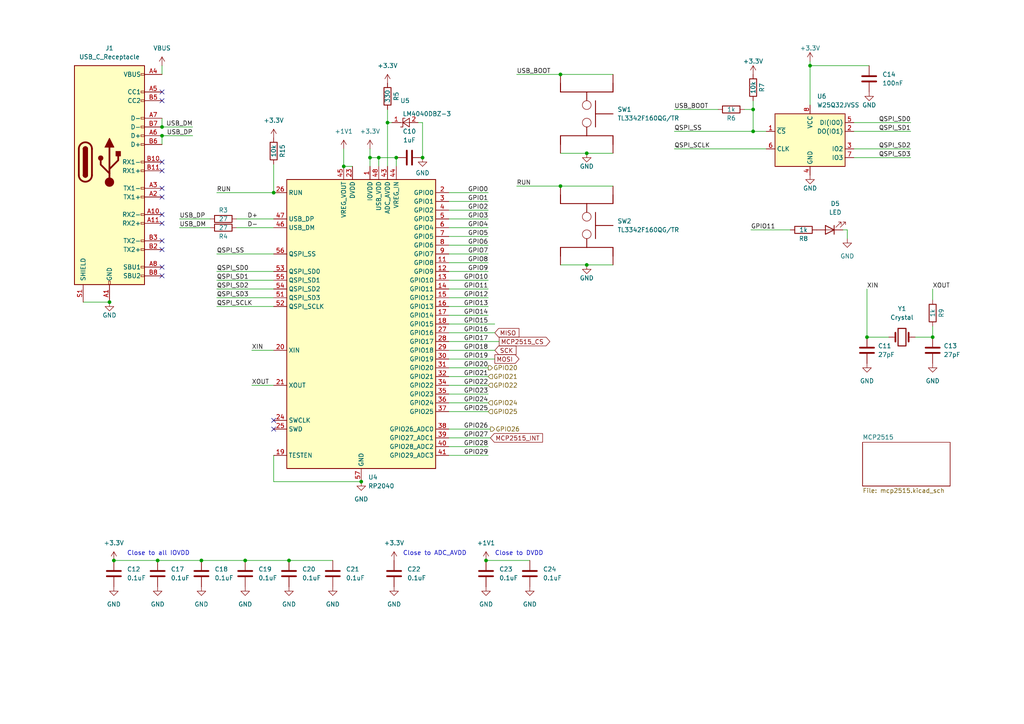
<source format=kicad_sch>
(kicad_sch (version 20211123) (generator eeschema)

  (uuid dacb2bb4-031e-4b0f-afd2-2d7a80a0063a)

  (paper "A4")

  (title_block
    (title "Iron Warriors v2.0 ")
    (date "2022-12-13")
    (rev "1.0")
  )

  (lib_symbols
    (symbol "Connector:USB_C_Receptacle" (pin_names (offset 1.016)) (in_bom yes) (on_board yes)
      (property "Reference" "J" (id 0) (at -10.16 29.21 0)
        (effects (font (size 1.27 1.27)) (justify left))
      )
      (property "Value" "USB_C_Receptacle" (id 1) (at 10.16 29.21 0)
        (effects (font (size 1.27 1.27)) (justify right))
      )
      (property "Footprint" "" (id 2) (at 3.81 0 0)
        (effects (font (size 1.27 1.27)) hide)
      )
      (property "Datasheet" "https://www.usb.org/sites/default/files/documents/usb_type-c.zip" (id 3) (at 3.81 0 0)
        (effects (font (size 1.27 1.27)) hide)
      )
      (property "ki_keywords" "usb universal serial bus type-C full-featured" (id 4) (at 0 0 0)
        (effects (font (size 1.27 1.27)) hide)
      )
      (property "ki_description" "USB Full-Featured Type-C Receptacle connector" (id 5) (at 0 0 0)
        (effects (font (size 1.27 1.27)) hide)
      )
      (property "ki_fp_filters" "USB*C*Receptacle*" (id 6) (at 0 0 0)
        (effects (font (size 1.27 1.27)) hide)
      )
      (symbol "USB_C_Receptacle_0_0"
        (rectangle (start -0.254 -35.56) (end 0.254 -34.544)
          (stroke (width 0) (type default) (color 0 0 0 0))
          (fill (type none))
        )
        (rectangle (start 10.16 -32.766) (end 9.144 -33.274)
          (stroke (width 0) (type default) (color 0 0 0 0))
          (fill (type none))
        )
        (rectangle (start 10.16 -30.226) (end 9.144 -30.734)
          (stroke (width 0) (type default) (color 0 0 0 0))
          (fill (type none))
        )
        (rectangle (start 10.16 -25.146) (end 9.144 -25.654)
          (stroke (width 0) (type default) (color 0 0 0 0))
          (fill (type none))
        )
        (rectangle (start 10.16 -22.606) (end 9.144 -23.114)
          (stroke (width 0) (type default) (color 0 0 0 0))
          (fill (type none))
        )
        (rectangle (start 10.16 -17.526) (end 9.144 -18.034)
          (stroke (width 0) (type default) (color 0 0 0 0))
          (fill (type none))
        )
        (rectangle (start 10.16 -14.986) (end 9.144 -15.494)
          (stroke (width 0) (type default) (color 0 0 0 0))
          (fill (type none))
        )
        (rectangle (start 10.16 -9.906) (end 9.144 -10.414)
          (stroke (width 0) (type default) (color 0 0 0 0))
          (fill (type none))
        )
        (rectangle (start 10.16 -7.366) (end 9.144 -7.874)
          (stroke (width 0) (type default) (color 0 0 0 0))
          (fill (type none))
        )
        (rectangle (start 10.16 -2.286) (end 9.144 -2.794)
          (stroke (width 0) (type default) (color 0 0 0 0))
          (fill (type none))
        )
        (rectangle (start 10.16 0.254) (end 9.144 -0.254)
          (stroke (width 0) (type default) (color 0 0 0 0))
          (fill (type none))
        )
        (rectangle (start 10.16 5.334) (end 9.144 4.826)
          (stroke (width 0) (type default) (color 0 0 0 0))
          (fill (type none))
        )
        (rectangle (start 10.16 7.874) (end 9.144 7.366)
          (stroke (width 0) (type default) (color 0 0 0 0))
          (fill (type none))
        )
        (rectangle (start 10.16 10.414) (end 9.144 9.906)
          (stroke (width 0) (type default) (color 0 0 0 0))
          (fill (type none))
        )
        (rectangle (start 10.16 12.954) (end 9.144 12.446)
          (stroke (width 0) (type default) (color 0 0 0 0))
          (fill (type none))
        )
        (rectangle (start 10.16 18.034) (end 9.144 17.526)
          (stroke (width 0) (type default) (color 0 0 0 0))
          (fill (type none))
        )
        (rectangle (start 10.16 20.574) (end 9.144 20.066)
          (stroke (width 0) (type default) (color 0 0 0 0))
          (fill (type none))
        )
        (rectangle (start 10.16 25.654) (end 9.144 25.146)
          (stroke (width 0) (type default) (color 0 0 0 0))
          (fill (type none))
        )
      )
      (symbol "USB_C_Receptacle_0_1"
        (rectangle (start -10.16 27.94) (end 10.16 -35.56)
          (stroke (width 0.254) (type default) (color 0 0 0 0))
          (fill (type background))
        )
        (arc (start -8.89 -3.81) (mid -6.985 -5.715) (end -5.08 -3.81)
          (stroke (width 0.508) (type default) (color 0 0 0 0))
          (fill (type none))
        )
        (arc (start -7.62 -3.81) (mid -6.985 -4.445) (end -6.35 -3.81)
          (stroke (width 0.254) (type default) (color 0 0 0 0))
          (fill (type none))
        )
        (arc (start -7.62 -3.81) (mid -6.985 -4.445) (end -6.35 -3.81)
          (stroke (width 0.254) (type default) (color 0 0 0 0))
          (fill (type outline))
        )
        (rectangle (start -7.62 -3.81) (end -6.35 3.81)
          (stroke (width 0.254) (type default) (color 0 0 0 0))
          (fill (type outline))
        )
        (arc (start -6.35 3.81) (mid -6.985 4.445) (end -7.62 3.81)
          (stroke (width 0.254) (type default) (color 0 0 0 0))
          (fill (type none))
        )
        (arc (start -6.35 3.81) (mid -6.985 4.445) (end -7.62 3.81)
          (stroke (width 0.254) (type default) (color 0 0 0 0))
          (fill (type outline))
        )
        (arc (start -5.08 3.81) (mid -6.985 5.715) (end -8.89 3.81)
          (stroke (width 0.508) (type default) (color 0 0 0 0))
          (fill (type none))
        )
        (polyline
          (pts
            (xy -8.89 -3.81)
            (xy -8.89 3.81)
          )
          (stroke (width 0.508) (type default) (color 0 0 0 0))
          (fill (type none))
        )
        (polyline
          (pts
            (xy -5.08 3.81)
            (xy -5.08 -3.81)
          )
          (stroke (width 0.508) (type default) (color 0 0 0 0))
          (fill (type none))
        )
      )
      (symbol "USB_C_Receptacle_1_1"
        (circle (center -2.54 1.143) (radius 0.635)
          (stroke (width 0.254) (type default) (color 0 0 0 0))
          (fill (type outline))
        )
        (circle (center 0 -5.842) (radius 1.27)
          (stroke (width 0) (type default) (color 0 0 0 0))
          (fill (type outline))
        )
        (polyline
          (pts
            (xy 0 -5.842)
            (xy 0 4.318)
          )
          (stroke (width 0.508) (type default) (color 0 0 0 0))
          (fill (type none))
        )
        (polyline
          (pts
            (xy 0 -3.302)
            (xy -2.54 -0.762)
            (xy -2.54 0.508)
          )
          (stroke (width 0.508) (type default) (color 0 0 0 0))
          (fill (type none))
        )
        (polyline
          (pts
            (xy 0 -2.032)
            (xy 2.54 0.508)
            (xy 2.54 1.778)
          )
          (stroke (width 0.508) (type default) (color 0 0 0 0))
          (fill (type none))
        )
        (polyline
          (pts
            (xy -1.27 4.318)
            (xy 0 6.858)
            (xy 1.27 4.318)
            (xy -1.27 4.318)
          )
          (stroke (width 0.254) (type default) (color 0 0 0 0))
          (fill (type outline))
        )
        (rectangle (start 1.905 1.778) (end 3.175 3.048)
          (stroke (width 0.254) (type default) (color 0 0 0 0))
          (fill (type outline))
        )
        (pin passive line (at 0 -40.64 90) (length 5.08)
          (name "GND" (effects (font (size 1.27 1.27))))
          (number "A1" (effects (font (size 1.27 1.27))))
        )
        (pin bidirectional line (at 15.24 -15.24 180) (length 5.08)
          (name "RX2-" (effects (font (size 1.27 1.27))))
          (number "A10" (effects (font (size 1.27 1.27))))
        )
        (pin bidirectional line (at 15.24 -17.78 180) (length 5.08)
          (name "RX2+" (effects (font (size 1.27 1.27))))
          (number "A11" (effects (font (size 1.27 1.27))))
        )
        (pin passive line (at 0 -40.64 90) (length 5.08) hide
          (name "GND" (effects (font (size 1.27 1.27))))
          (number "A12" (effects (font (size 1.27 1.27))))
        )
        (pin bidirectional line (at 15.24 -10.16 180) (length 5.08)
          (name "TX1+" (effects (font (size 1.27 1.27))))
          (number "A2" (effects (font (size 1.27 1.27))))
        )
        (pin bidirectional line (at 15.24 -7.62 180) (length 5.08)
          (name "TX1-" (effects (font (size 1.27 1.27))))
          (number "A3" (effects (font (size 1.27 1.27))))
        )
        (pin passive line (at 15.24 25.4 180) (length 5.08)
          (name "VBUS" (effects (font (size 1.27 1.27))))
          (number "A4" (effects (font (size 1.27 1.27))))
        )
        (pin bidirectional line (at 15.24 20.32 180) (length 5.08)
          (name "CC1" (effects (font (size 1.27 1.27))))
          (number "A5" (effects (font (size 1.27 1.27))))
        )
        (pin bidirectional line (at 15.24 7.62 180) (length 5.08)
          (name "D+" (effects (font (size 1.27 1.27))))
          (number "A6" (effects (font (size 1.27 1.27))))
        )
        (pin bidirectional line (at 15.24 12.7 180) (length 5.08)
          (name "D-" (effects (font (size 1.27 1.27))))
          (number "A7" (effects (font (size 1.27 1.27))))
        )
        (pin bidirectional line (at 15.24 -30.48 180) (length 5.08)
          (name "SBU1" (effects (font (size 1.27 1.27))))
          (number "A8" (effects (font (size 1.27 1.27))))
        )
        (pin passive line (at 15.24 25.4 180) (length 5.08) hide
          (name "VBUS" (effects (font (size 1.27 1.27))))
          (number "A9" (effects (font (size 1.27 1.27))))
        )
        (pin passive line (at 0 -40.64 90) (length 5.08) hide
          (name "GND" (effects (font (size 1.27 1.27))))
          (number "B1" (effects (font (size 1.27 1.27))))
        )
        (pin bidirectional line (at 15.24 0 180) (length 5.08)
          (name "RX1-" (effects (font (size 1.27 1.27))))
          (number "B10" (effects (font (size 1.27 1.27))))
        )
        (pin bidirectional line (at 15.24 -2.54 180) (length 5.08)
          (name "RX1+" (effects (font (size 1.27 1.27))))
          (number "B11" (effects (font (size 1.27 1.27))))
        )
        (pin passive line (at 0 -40.64 90) (length 5.08) hide
          (name "GND" (effects (font (size 1.27 1.27))))
          (number "B12" (effects (font (size 1.27 1.27))))
        )
        (pin bidirectional line (at 15.24 -25.4 180) (length 5.08)
          (name "TX2+" (effects (font (size 1.27 1.27))))
          (number "B2" (effects (font (size 1.27 1.27))))
        )
        (pin bidirectional line (at 15.24 -22.86 180) (length 5.08)
          (name "TX2-" (effects (font (size 1.27 1.27))))
          (number "B3" (effects (font (size 1.27 1.27))))
        )
        (pin passive line (at 15.24 25.4 180) (length 5.08) hide
          (name "VBUS" (effects (font (size 1.27 1.27))))
          (number "B4" (effects (font (size 1.27 1.27))))
        )
        (pin bidirectional line (at 15.24 17.78 180) (length 5.08)
          (name "CC2" (effects (font (size 1.27 1.27))))
          (number "B5" (effects (font (size 1.27 1.27))))
        )
        (pin bidirectional line (at 15.24 5.08 180) (length 5.08)
          (name "D+" (effects (font (size 1.27 1.27))))
          (number "B6" (effects (font (size 1.27 1.27))))
        )
        (pin bidirectional line (at 15.24 10.16 180) (length 5.08)
          (name "D-" (effects (font (size 1.27 1.27))))
          (number "B7" (effects (font (size 1.27 1.27))))
        )
        (pin bidirectional line (at 15.24 -33.02 180) (length 5.08)
          (name "SBU2" (effects (font (size 1.27 1.27))))
          (number "B8" (effects (font (size 1.27 1.27))))
        )
        (pin passive line (at 15.24 25.4 180) (length 5.08) hide
          (name "VBUS" (effects (font (size 1.27 1.27))))
          (number "B9" (effects (font (size 1.27 1.27))))
        )
        (pin passive line (at -7.62 -40.64 90) (length 5.08)
          (name "SHIELD" (effects (font (size 1.27 1.27))))
          (number "S1" (effects (font (size 1.27 1.27))))
        )
      )
    )
    (symbol "Device:C" (pin_numbers hide) (pin_names (offset 0.254)) (in_bom yes) (on_board yes)
      (property "Reference" "C" (id 0) (at 0.635 2.54 0)
        (effects (font (size 1.27 1.27)) (justify left))
      )
      (property "Value" "C" (id 1) (at 0.635 -2.54 0)
        (effects (font (size 1.27 1.27)) (justify left))
      )
      (property "Footprint" "" (id 2) (at 0.9652 -3.81 0)
        (effects (font (size 1.27 1.27)) hide)
      )
      (property "Datasheet" "~" (id 3) (at 0 0 0)
        (effects (font (size 1.27 1.27)) hide)
      )
      (property "ki_keywords" "cap capacitor" (id 4) (at 0 0 0)
        (effects (font (size 1.27 1.27)) hide)
      )
      (property "ki_description" "Unpolarized capacitor" (id 5) (at 0 0 0)
        (effects (font (size 1.27 1.27)) hide)
      )
      (property "ki_fp_filters" "C_*" (id 6) (at 0 0 0)
        (effects (font (size 1.27 1.27)) hide)
      )
      (symbol "C_0_1"
        (polyline
          (pts
            (xy -2.032 -0.762)
            (xy 2.032 -0.762)
          )
          (stroke (width 0.508) (type default) (color 0 0 0 0))
          (fill (type none))
        )
        (polyline
          (pts
            (xy -2.032 0.762)
            (xy 2.032 0.762)
          )
          (stroke (width 0.508) (type default) (color 0 0 0 0))
          (fill (type none))
        )
      )
      (symbol "C_1_1"
        (pin passive line (at 0 3.81 270) (length 2.794)
          (name "~" (effects (font (size 1.27 1.27))))
          (number "1" (effects (font (size 1.27 1.27))))
        )
        (pin passive line (at 0 -3.81 90) (length 2.794)
          (name "~" (effects (font (size 1.27 1.27))))
          (number "2" (effects (font (size 1.27 1.27))))
        )
      )
    )
    (symbol "Device:Crystal" (pin_numbers hide) (pin_names (offset 1.016) hide) (in_bom yes) (on_board yes)
      (property "Reference" "Y" (id 0) (at 0 3.81 0)
        (effects (font (size 1.27 1.27)))
      )
      (property "Value" "Crystal" (id 1) (at 0 -3.81 0)
        (effects (font (size 1.27 1.27)))
      )
      (property "Footprint" "" (id 2) (at 0 0 0)
        (effects (font (size 1.27 1.27)) hide)
      )
      (property "Datasheet" "~" (id 3) (at 0 0 0)
        (effects (font (size 1.27 1.27)) hide)
      )
      (property "ki_keywords" "quartz ceramic resonator oscillator" (id 4) (at 0 0 0)
        (effects (font (size 1.27 1.27)) hide)
      )
      (property "ki_description" "Two pin crystal" (id 5) (at 0 0 0)
        (effects (font (size 1.27 1.27)) hide)
      )
      (property "ki_fp_filters" "Crystal*" (id 6) (at 0 0 0)
        (effects (font (size 1.27 1.27)) hide)
      )
      (symbol "Crystal_0_1"
        (rectangle (start -1.143 2.54) (end 1.143 -2.54)
          (stroke (width 0.3048) (type default) (color 0 0 0 0))
          (fill (type none))
        )
        (polyline
          (pts
            (xy -2.54 0)
            (xy -1.905 0)
          )
          (stroke (width 0) (type default) (color 0 0 0 0))
          (fill (type none))
        )
        (polyline
          (pts
            (xy -1.905 -1.27)
            (xy -1.905 1.27)
          )
          (stroke (width 0.508) (type default) (color 0 0 0 0))
          (fill (type none))
        )
        (polyline
          (pts
            (xy 1.905 -1.27)
            (xy 1.905 1.27)
          )
          (stroke (width 0.508) (type default) (color 0 0 0 0))
          (fill (type none))
        )
        (polyline
          (pts
            (xy 2.54 0)
            (xy 1.905 0)
          )
          (stroke (width 0) (type default) (color 0 0 0 0))
          (fill (type none))
        )
      )
      (symbol "Crystal_1_1"
        (pin passive line (at -3.81 0 0) (length 1.27)
          (name "1" (effects (font (size 1.27 1.27))))
          (number "1" (effects (font (size 1.27 1.27))))
        )
        (pin passive line (at 3.81 0 180) (length 1.27)
          (name "2" (effects (font (size 1.27 1.27))))
          (number "2" (effects (font (size 1.27 1.27))))
        )
      )
    )
    (symbol "Device:LED" (pin_numbers hide) (pin_names (offset 1.016) hide) (in_bom yes) (on_board yes)
      (property "Reference" "D" (id 0) (at 0 2.54 0)
        (effects (font (size 1.27 1.27)))
      )
      (property "Value" "LED" (id 1) (at 0 -2.54 0)
        (effects (font (size 1.27 1.27)))
      )
      (property "Footprint" "" (id 2) (at 0 0 0)
        (effects (font (size 1.27 1.27)) hide)
      )
      (property "Datasheet" "~" (id 3) (at 0 0 0)
        (effects (font (size 1.27 1.27)) hide)
      )
      (property "ki_keywords" "LED diode" (id 4) (at 0 0 0)
        (effects (font (size 1.27 1.27)) hide)
      )
      (property "ki_description" "Light emitting diode" (id 5) (at 0 0 0)
        (effects (font (size 1.27 1.27)) hide)
      )
      (property "ki_fp_filters" "LED* LED_SMD:* LED_THT:*" (id 6) (at 0 0 0)
        (effects (font (size 1.27 1.27)) hide)
      )
      (symbol "LED_0_1"
        (polyline
          (pts
            (xy -1.27 -1.27)
            (xy -1.27 1.27)
          )
          (stroke (width 0.254) (type default) (color 0 0 0 0))
          (fill (type none))
        )
        (polyline
          (pts
            (xy -1.27 0)
            (xy 1.27 0)
          )
          (stroke (width 0) (type default) (color 0 0 0 0))
          (fill (type none))
        )
        (polyline
          (pts
            (xy 1.27 -1.27)
            (xy 1.27 1.27)
            (xy -1.27 0)
            (xy 1.27 -1.27)
          )
          (stroke (width 0.254) (type default) (color 0 0 0 0))
          (fill (type none))
        )
        (polyline
          (pts
            (xy -3.048 -0.762)
            (xy -4.572 -2.286)
            (xy -3.81 -2.286)
            (xy -4.572 -2.286)
            (xy -4.572 -1.524)
          )
          (stroke (width 0) (type default) (color 0 0 0 0))
          (fill (type none))
        )
        (polyline
          (pts
            (xy -1.778 -0.762)
            (xy -3.302 -2.286)
            (xy -2.54 -2.286)
            (xy -3.302 -2.286)
            (xy -3.302 -1.524)
          )
          (stroke (width 0) (type default) (color 0 0 0 0))
          (fill (type none))
        )
      )
      (symbol "LED_1_1"
        (pin passive line (at -3.81 0 0) (length 2.54)
          (name "K" (effects (font (size 1.27 1.27))))
          (number "1" (effects (font (size 1.27 1.27))))
        )
        (pin passive line (at 3.81 0 180) (length 2.54)
          (name "A" (effects (font (size 1.27 1.27))))
          (number "2" (effects (font (size 1.27 1.27))))
        )
      )
    )
    (symbol "Device:R" (pin_numbers hide) (pin_names (offset 0)) (in_bom yes) (on_board yes)
      (property "Reference" "R" (id 0) (at 2.032 0 90)
        (effects (font (size 1.27 1.27)))
      )
      (property "Value" "R" (id 1) (at 0 0 90)
        (effects (font (size 1.27 1.27)))
      )
      (property "Footprint" "" (id 2) (at -1.778 0 90)
        (effects (font (size 1.27 1.27)) hide)
      )
      (property "Datasheet" "~" (id 3) (at 0 0 0)
        (effects (font (size 1.27 1.27)) hide)
      )
      (property "ki_keywords" "R res resistor" (id 4) (at 0 0 0)
        (effects (font (size 1.27 1.27)) hide)
      )
      (property "ki_description" "Resistor" (id 5) (at 0 0 0)
        (effects (font (size 1.27 1.27)) hide)
      )
      (property "ki_fp_filters" "R_*" (id 6) (at 0 0 0)
        (effects (font (size 1.27 1.27)) hide)
      )
      (symbol "R_0_1"
        (rectangle (start -1.016 -2.54) (end 1.016 2.54)
          (stroke (width 0.254) (type default) (color 0 0 0 0))
          (fill (type none))
        )
      )
      (symbol "R_1_1"
        (pin passive line (at 0 3.81 270) (length 1.27)
          (name "~" (effects (font (size 1.27 1.27))))
          (number "1" (effects (font (size 1.27 1.27))))
        )
        (pin passive line (at 0 -3.81 90) (length 1.27)
          (name "~" (effects (font (size 1.27 1.27))))
          (number "2" (effects (font (size 1.27 1.27))))
        )
      )
    )
    (symbol "MCU_RaspberryPi:RP2040" (in_bom yes) (on_board yes)
      (property "Reference" "U" (id 0) (at 17.78 45.72 0)
        (effects (font (size 1.27 1.27)))
      )
      (property "Value" "RP2040" (id 1) (at 17.78 43.18 0)
        (effects (font (size 1.27 1.27)))
      )
      (property "Footprint" "Package_DFN_QFN:QFN-56-1EP_7x7mm_P0.4mm_EP3.2x3.2mm" (id 2) (at 0 0 0)
        (effects (font (size 1.27 1.27)) hide)
      )
      (property "Datasheet" "https://datasheets.raspberrypi.com/rp2040/rp2040-datasheet.pdf" (id 3) (at 0 0 0)
        (effects (font (size 1.27 1.27)) hide)
      )
      (property "ki_keywords" "RP2040 ARM Cortex-M0+ USB" (id 4) (at 0 0 0)
        (effects (font (size 1.27 1.27)) hide)
      )
      (property "ki_description" "A microcontroller by Raspberry Pi" (id 5) (at 0 0 0)
        (effects (font (size 1.27 1.27)) hide)
      )
      (property "ki_fp_filters" "QFN*7x7mm?P0.4mm?EP3.2x3.2mm*" (id 6) (at 0 0 0)
        (effects (font (size 1.27 1.27)) hide)
      )
      (symbol "RP2040_0_1"
        (rectangle (start -21.59 41.91) (end 21.59 -41.91)
          (stroke (width 0.254) (type default) (color 0 0 0 0))
          (fill (type background))
        )
      )
      (symbol "RP2040_1_1"
        (pin power_in line (at 2.54 45.72 270) (length 3.81)
          (name "IOVDD" (effects (font (size 1.27 1.27))))
          (number "1" (effects (font (size 1.27 1.27))))
        )
        (pin passive line (at 2.54 45.72 270) (length 3.81) hide
          (name "IOVDD" (effects (font (size 1.27 1.27))))
          (number "10" (effects (font (size 1.27 1.27))))
        )
        (pin bidirectional line (at 25.4 17.78 180) (length 3.81)
          (name "GPIO8" (effects (font (size 1.27 1.27))))
          (number "11" (effects (font (size 1.27 1.27))))
        )
        (pin bidirectional line (at 25.4 15.24 180) (length 3.81)
          (name "GPIO9" (effects (font (size 1.27 1.27))))
          (number "12" (effects (font (size 1.27 1.27))))
        )
        (pin bidirectional line (at 25.4 12.7 180) (length 3.81)
          (name "GPIO10" (effects (font (size 1.27 1.27))))
          (number "13" (effects (font (size 1.27 1.27))))
        )
        (pin bidirectional line (at 25.4 10.16 180) (length 3.81)
          (name "GPIO11" (effects (font (size 1.27 1.27))))
          (number "14" (effects (font (size 1.27 1.27))))
        )
        (pin bidirectional line (at 25.4 7.62 180) (length 3.81)
          (name "GPIO12" (effects (font (size 1.27 1.27))))
          (number "15" (effects (font (size 1.27 1.27))))
        )
        (pin bidirectional line (at 25.4 5.08 180) (length 3.81)
          (name "GPIO13" (effects (font (size 1.27 1.27))))
          (number "16" (effects (font (size 1.27 1.27))))
        )
        (pin bidirectional line (at 25.4 2.54 180) (length 3.81)
          (name "GPIO14" (effects (font (size 1.27 1.27))))
          (number "17" (effects (font (size 1.27 1.27))))
        )
        (pin bidirectional line (at 25.4 0 180) (length 3.81)
          (name "GPIO15" (effects (font (size 1.27 1.27))))
          (number "18" (effects (font (size 1.27 1.27))))
        )
        (pin input line (at -25.4 -38.1 0) (length 3.81)
          (name "TESTEN" (effects (font (size 1.27 1.27))))
          (number "19" (effects (font (size 1.27 1.27))))
        )
        (pin bidirectional line (at 25.4 38.1 180) (length 3.81)
          (name "GPIO0" (effects (font (size 1.27 1.27))))
          (number "2" (effects (font (size 1.27 1.27))))
        )
        (pin input line (at -25.4 -7.62 0) (length 3.81)
          (name "XIN" (effects (font (size 1.27 1.27))))
          (number "20" (effects (font (size 1.27 1.27))))
        )
        (pin passive line (at -25.4 -17.78 0) (length 3.81)
          (name "XOUT" (effects (font (size 1.27 1.27))))
          (number "21" (effects (font (size 1.27 1.27))))
        )
        (pin passive line (at 2.54 45.72 270) (length 3.81) hide
          (name "IOVDD" (effects (font (size 1.27 1.27))))
          (number "22" (effects (font (size 1.27 1.27))))
        )
        (pin power_in line (at -2.54 45.72 270) (length 3.81)
          (name "DVDD" (effects (font (size 1.27 1.27))))
          (number "23" (effects (font (size 1.27 1.27))))
        )
        (pin output line (at -25.4 -27.94 0) (length 3.81)
          (name "SWCLK" (effects (font (size 1.27 1.27))))
          (number "24" (effects (font (size 1.27 1.27))))
        )
        (pin bidirectional line (at -25.4 -30.48 0) (length 3.81)
          (name "SWD" (effects (font (size 1.27 1.27))))
          (number "25" (effects (font (size 1.27 1.27))))
        )
        (pin input line (at -25.4 38.1 0) (length 3.81)
          (name "RUN" (effects (font (size 1.27 1.27))))
          (number "26" (effects (font (size 1.27 1.27))))
        )
        (pin bidirectional line (at 25.4 -2.54 180) (length 3.81)
          (name "GPIO16" (effects (font (size 1.27 1.27))))
          (number "27" (effects (font (size 1.27 1.27))))
        )
        (pin bidirectional line (at 25.4 -5.08 180) (length 3.81)
          (name "GPIO17" (effects (font (size 1.27 1.27))))
          (number "28" (effects (font (size 1.27 1.27))))
        )
        (pin bidirectional line (at 25.4 -7.62 180) (length 3.81)
          (name "GPIO18" (effects (font (size 1.27 1.27))))
          (number "29" (effects (font (size 1.27 1.27))))
        )
        (pin bidirectional line (at 25.4 35.56 180) (length 3.81)
          (name "GPIO1" (effects (font (size 1.27 1.27))))
          (number "3" (effects (font (size 1.27 1.27))))
        )
        (pin bidirectional line (at 25.4 -10.16 180) (length 3.81)
          (name "GPIO19" (effects (font (size 1.27 1.27))))
          (number "30" (effects (font (size 1.27 1.27))))
        )
        (pin bidirectional line (at 25.4 -12.7 180) (length 3.81)
          (name "GPIO20" (effects (font (size 1.27 1.27))))
          (number "31" (effects (font (size 1.27 1.27))))
        )
        (pin bidirectional line (at 25.4 -15.24 180) (length 3.81)
          (name "GPIO21" (effects (font (size 1.27 1.27))))
          (number "32" (effects (font (size 1.27 1.27))))
        )
        (pin passive line (at 2.54 45.72 270) (length 3.81) hide
          (name "IOVDD" (effects (font (size 1.27 1.27))))
          (number "33" (effects (font (size 1.27 1.27))))
        )
        (pin bidirectional line (at 25.4 -17.78 180) (length 3.81)
          (name "GPIO22" (effects (font (size 1.27 1.27))))
          (number "34" (effects (font (size 1.27 1.27))))
        )
        (pin bidirectional line (at 25.4 -20.32 180) (length 3.81)
          (name "GPIO23" (effects (font (size 1.27 1.27))))
          (number "35" (effects (font (size 1.27 1.27))))
        )
        (pin bidirectional line (at 25.4 -22.86 180) (length 3.81)
          (name "GPIO24" (effects (font (size 1.27 1.27))))
          (number "36" (effects (font (size 1.27 1.27))))
        )
        (pin bidirectional line (at 25.4 -25.4 180) (length 3.81)
          (name "GPIO25" (effects (font (size 1.27 1.27))))
          (number "37" (effects (font (size 1.27 1.27))))
        )
        (pin bidirectional line (at 25.4 -30.48 180) (length 3.81)
          (name "GPIO26_ADC0" (effects (font (size 1.27 1.27))))
          (number "38" (effects (font (size 1.27 1.27))))
        )
        (pin bidirectional line (at 25.4 -33.02 180) (length 3.81)
          (name "GPIO27_ADC1" (effects (font (size 1.27 1.27))))
          (number "39" (effects (font (size 1.27 1.27))))
        )
        (pin bidirectional line (at 25.4 33.02 180) (length 3.81)
          (name "GPIO2" (effects (font (size 1.27 1.27))))
          (number "4" (effects (font (size 1.27 1.27))))
        )
        (pin bidirectional line (at 25.4 -35.56 180) (length 3.81)
          (name "GPIO28_ADC2" (effects (font (size 1.27 1.27))))
          (number "40" (effects (font (size 1.27 1.27))))
        )
        (pin bidirectional line (at 25.4 -38.1 180) (length 3.81)
          (name "GPIO29_ADC3" (effects (font (size 1.27 1.27))))
          (number "41" (effects (font (size 1.27 1.27))))
        )
        (pin passive line (at 2.54 45.72 270) (length 3.81) hide
          (name "IOVDD" (effects (font (size 1.27 1.27))))
          (number "42" (effects (font (size 1.27 1.27))))
        )
        (pin power_in line (at 7.62 45.72 270) (length 3.81)
          (name "ADC_AVDD" (effects (font (size 1.27 1.27))))
          (number "43" (effects (font (size 1.27 1.27))))
        )
        (pin power_in line (at 10.16 45.72 270) (length 3.81)
          (name "VREG_IN" (effects (font (size 1.27 1.27))))
          (number "44" (effects (font (size 1.27 1.27))))
        )
        (pin power_out line (at -5.08 45.72 270) (length 3.81)
          (name "VREG_VOUT" (effects (font (size 1.27 1.27))))
          (number "45" (effects (font (size 1.27 1.27))))
        )
        (pin bidirectional line (at -25.4 27.94 0) (length 3.81)
          (name "USB_DM" (effects (font (size 1.27 1.27))))
          (number "46" (effects (font (size 1.27 1.27))))
        )
        (pin bidirectional line (at -25.4 30.48 0) (length 3.81)
          (name "USB_DP" (effects (font (size 1.27 1.27))))
          (number "47" (effects (font (size 1.27 1.27))))
        )
        (pin power_in line (at 5.08 45.72 270) (length 3.81)
          (name "USB_VDD" (effects (font (size 1.27 1.27))))
          (number "48" (effects (font (size 1.27 1.27))))
        )
        (pin passive line (at 2.54 45.72 270) (length 3.81) hide
          (name "IOVDD" (effects (font (size 1.27 1.27))))
          (number "49" (effects (font (size 1.27 1.27))))
        )
        (pin bidirectional line (at 25.4 30.48 180) (length 3.81)
          (name "GPIO3" (effects (font (size 1.27 1.27))))
          (number "5" (effects (font (size 1.27 1.27))))
        )
        (pin passive line (at -2.54 45.72 270) (length 3.81) hide
          (name "DVDD" (effects (font (size 1.27 1.27))))
          (number "50" (effects (font (size 1.27 1.27))))
        )
        (pin bidirectional line (at -25.4 7.62 0) (length 3.81)
          (name "QSPI_SD3" (effects (font (size 1.27 1.27))))
          (number "51" (effects (font (size 1.27 1.27))))
        )
        (pin output line (at -25.4 5.08 0) (length 3.81)
          (name "QSPI_SCLK" (effects (font (size 1.27 1.27))))
          (number "52" (effects (font (size 1.27 1.27))))
        )
        (pin bidirectional line (at -25.4 15.24 0) (length 3.81)
          (name "QSPI_SD0" (effects (font (size 1.27 1.27))))
          (number "53" (effects (font (size 1.27 1.27))))
        )
        (pin bidirectional line (at -25.4 10.16 0) (length 3.81)
          (name "QSPI_SD2" (effects (font (size 1.27 1.27))))
          (number "54" (effects (font (size 1.27 1.27))))
        )
        (pin bidirectional line (at -25.4 12.7 0) (length 3.81)
          (name "QSPI_SD1" (effects (font (size 1.27 1.27))))
          (number "55" (effects (font (size 1.27 1.27))))
        )
        (pin bidirectional line (at -25.4 20.32 0) (length 3.81)
          (name "QSPI_SS" (effects (font (size 1.27 1.27))))
          (number "56" (effects (font (size 1.27 1.27))))
        )
        (pin power_in line (at 0 -45.72 90) (length 3.81)
          (name "GND" (effects (font (size 1.27 1.27))))
          (number "57" (effects (font (size 1.27 1.27))))
        )
        (pin bidirectional line (at 25.4 27.94 180) (length 3.81)
          (name "GPIO4" (effects (font (size 1.27 1.27))))
          (number "6" (effects (font (size 1.27 1.27))))
        )
        (pin bidirectional line (at 25.4 25.4 180) (length 3.81)
          (name "GPIO5" (effects (font (size 1.27 1.27))))
          (number "7" (effects (font (size 1.27 1.27))))
        )
        (pin bidirectional line (at 25.4 22.86 180) (length 3.81)
          (name "GPIO6" (effects (font (size 1.27 1.27))))
          (number "8" (effects (font (size 1.27 1.27))))
        )
        (pin bidirectional line (at 25.4 20.32 180) (length 3.81)
          (name "GPIO7" (effects (font (size 1.27 1.27))))
          (number "9" (effects (font (size 1.27 1.27))))
        )
      )
    )
    (symbol "Memory_Flash:W25Q32JVSS" (in_bom yes) (on_board yes)
      (property "Reference" "U" (id 0) (at -8.89 8.89 0)
        (effects (font (size 1.27 1.27)))
      )
      (property "Value" "W25Q32JVSS" (id 1) (at 7.62 8.89 0)
        (effects (font (size 1.27 1.27)))
      )
      (property "Footprint" "Package_SO:SOIC-8_5.23x5.23mm_P1.27mm" (id 2) (at 0 0 0)
        (effects (font (size 1.27 1.27)) hide)
      )
      (property "Datasheet" "http://www.winbond.com/resource-files/w25q32jv%20revg%2003272018%20plus.pdf" (id 3) (at 0 0 0)
        (effects (font (size 1.27 1.27)) hide)
      )
      (property "ki_keywords" "flash memory SPI" (id 4) (at 0 0 0)
        (effects (font (size 1.27 1.27)) hide)
      )
      (property "ki_description" "32Mb Serial Flash Memory, Standard/Dual/Quad SPI, SOIC-8" (id 5) (at 0 0 0)
        (effects (font (size 1.27 1.27)) hide)
      )
      (property "ki_fp_filters" "SOIC*5.23x5.23mm*P1.27mm*" (id 6) (at 0 0 0)
        (effects (font (size 1.27 1.27)) hide)
      )
      (symbol "W25Q32JVSS_0_1"
        (rectangle (start -10.16 7.62) (end 10.16 -7.62)
          (stroke (width 0.254) (type default) (color 0 0 0 0))
          (fill (type background))
        )
      )
      (symbol "W25Q32JVSS_1_1"
        (pin input line (at -12.7 2.54 0) (length 2.54)
          (name "~{CS}" (effects (font (size 1.27 1.27))))
          (number "1" (effects (font (size 1.27 1.27))))
        )
        (pin bidirectional line (at 12.7 2.54 180) (length 2.54)
          (name "DO(IO1)" (effects (font (size 1.27 1.27))))
          (number "2" (effects (font (size 1.27 1.27))))
        )
        (pin bidirectional line (at 12.7 -2.54 180) (length 2.54)
          (name "IO2" (effects (font (size 1.27 1.27))))
          (number "3" (effects (font (size 1.27 1.27))))
        )
        (pin power_in line (at 0 -10.16 90) (length 2.54)
          (name "GND" (effects (font (size 1.27 1.27))))
          (number "4" (effects (font (size 1.27 1.27))))
        )
        (pin bidirectional line (at 12.7 5.08 180) (length 2.54)
          (name "DI(IO0)" (effects (font (size 1.27 1.27))))
          (number "5" (effects (font (size 1.27 1.27))))
        )
        (pin input line (at -12.7 -2.54 0) (length 2.54)
          (name "CLK" (effects (font (size 1.27 1.27))))
          (number "6" (effects (font (size 1.27 1.27))))
        )
        (pin bidirectional line (at 12.7 -5.08 180) (length 2.54)
          (name "IO3" (effects (font (size 1.27 1.27))))
          (number "7" (effects (font (size 1.27 1.27))))
        )
        (pin power_in line (at 0 10.16 270) (length 2.54)
          (name "VCC" (effects (font (size 1.27 1.27))))
          (number "8" (effects (font (size 1.27 1.27))))
        )
      )
    )
    (symbol "Reference_Voltage:LM4040DBZ-3" (pin_names (offset 0.0254) hide) (in_bom yes) (on_board yes)
      (property "Reference" "U" (id 0) (at 0 2.54 0)
        (effects (font (size 1.27 1.27)))
      )
      (property "Value" "LM4040DBZ-3" (id 1) (at 0 -3.175 0)
        (effects (font (size 1.27 1.27)))
      )
      (property "Footprint" "Package_TO_SOT_SMD:SOT-23" (id 2) (at 0 -5.08 0)
        (effects (font (size 1.27 1.27) italic) hide)
      )
      (property "Datasheet" "http://www.ti.com/lit/ds/symlink/lm4040-n.pdf" (id 3) (at 0 0 0)
        (effects (font (size 1.27 1.27) italic) hide)
      )
      (property "ki_keywords" "diode device voltage reference shunt" (id 4) (at 0 0 0)
        (effects (font (size 1.27 1.27)) hide)
      )
      (property "ki_description" "3.000V Precision Micropower Shunt Voltage Reference, SOT-23" (id 5) (at 0 0 0)
        (effects (font (size 1.27 1.27)) hide)
      )
      (property "ki_fp_filters" "SOT?23*" (id 6) (at 0 0 0)
        (effects (font (size 1.27 1.27)) hide)
      )
      (symbol "LM4040DBZ-3_0_1"
        (polyline
          (pts
            (xy -1.27 0)
            (xy 0 0)
            (xy 1.27 0)
          )
          (stroke (width 0) (type default) (color 0 0 0 0))
          (fill (type none))
        )
        (polyline
          (pts
            (xy -1.27 -1.27)
            (xy 0.635 0)
            (xy -1.27 1.27)
            (xy -1.27 -1.27)
          )
          (stroke (width 0.2032) (type default) (color 0 0 0 0))
          (fill (type none))
        )
        (polyline
          (pts
            (xy 0 -1.27)
            (xy 0.635 -1.27)
            (xy 0.635 1.27)
            (xy 1.27 1.27)
          )
          (stroke (width 0.2032) (type default) (color 0 0 0 0))
          (fill (type none))
        )
      )
      (symbol "LM4040DBZ-3_1_1"
        (pin passive line (at 3.81 0 180) (length 2.54)
          (name "K" (effects (font (size 1.27 1.27))))
          (number "1" (effects (font (size 1.27 1.27))))
        )
        (pin passive line (at -3.81 0 0) (length 2.54)
          (name "A" (effects (font (size 1.27 1.27))))
          (number "2" (effects (font (size 1.27 1.27))))
        )
      )
    )
    (symbol "TL3342F160QG_TR:TL3342F160QG{slash}TR" (pin_numbers hide) (pin_names (offset 1.016) hide) (in_bom yes) (on_board yes)
      (property "Reference" "SW" (id 0) (at -12.7254 16.5608 0)
        (effects (font (size 1.27 1.27)) (justify left bottom))
      )
      (property "Value" "TL3342F160QG{slash}TR" (id 1) (at -12.7254 -17.8308 0)
        (effects (font (size 1.27 1.27)) (justify left bottom))
      )
      (property "Footprint" "SW_TL3342F160QG/TR" (id 2) (at 0 0 0)
        (effects (font (size 1.27 1.27)) (justify left bottom) hide)
      )
      (property "Datasheet" "" (id 3) (at 0 0 0)
        (effects (font (size 1.27 1.27)) (justify left bottom) hide)
      )
      (property "Price" "None" (id 4) (at 0 0 0)
        (effects (font (size 1.27 1.27)) (justify left bottom) hide)
      )
      (property "MP" "TL3342F160QG/TR" (id 5) (at 0 0 0)
        (effects (font (size 1.27 1.27)) (justify left bottom) hide)
      )
      (property "Purchase-URL" "https://pricing.snapeda.com/search/part/TL3342F160QG/TR/?ref=eda" (id 6) (at 0 0 0)
        (effects (font (size 1.27 1.27)) (justify left bottom) hide)
      )
      (property "Availability" "In Stock" (id 7) (at 0 0 0)
        (effects (font (size 1.27 1.27)) (justify left bottom) hide)
      )
      (property "Package" "None" (id 8) (at 0 0 0)
        (effects (font (size 1.27 1.27)) (justify left bottom) hide)
      )
      (property "MF" "E-Switch" (id 9) (at 0 0 0)
        (effects (font (size 1.27 1.27)) (justify left bottom) hide)
      )
      (property "Description" "\\nTactile Switch SPST-NO Top Actuated Surface Mount\\n" (id 10) (at 0 0 0)
        (effects (font (size 1.27 1.27)) (justify left bottom) hide)
      )
      (property "ki_locked" "" (id 11) (at 0 0 0)
        (effects (font (size 1.27 1.27)))
      )
      (symbol "TL3342F160QG{slash}TR_0_0"
        (circle (center 0 -2.54) (radius 1.27)
          (stroke (width 0) (type default) (color 0 0 0 0))
          (fill (type none))
        )
        (polyline
          (pts
            (xy -7.62 -6.35)
            (xy -7.62 -8.89)
          )
          (stroke (width 0.254) (type default) (color 0 0 0 0))
          (fill (type none))
        )
        (polyline
          (pts
            (xy -7.62 6.35)
            (xy -7.62 8.89)
          )
          (stroke (width 0.254) (type default) (color 0 0 0 0))
          (fill (type none))
        )
        (polyline
          (pts
            (xy 0 -6.35)
            (xy -7.62 -6.35)
          )
          (stroke (width 0.254) (type default) (color 0 0 0 0))
          (fill (type none))
        )
        (polyline
          (pts
            (xy 0 -6.35)
            (xy 7.62 -6.35)
          )
          (stroke (width 0.254) (type default) (color 0 0 0 0))
          (fill (type none))
        )
        (polyline
          (pts
            (xy 0 -3.81)
            (xy 0 -6.35)
          )
          (stroke (width 0.254) (type default) (color 0 0 0 0))
          (fill (type none))
        )
        (polyline
          (pts
            (xy 0 6.35)
            (xy -7.62 6.35)
          )
          (stroke (width 0.254) (type default) (color 0 0 0 0))
          (fill (type none))
        )
        (polyline
          (pts
            (xy 0 6.35)
            (xy 0 3.81)
          )
          (stroke (width 0.254) (type default) (color 0 0 0 0))
          (fill (type none))
        )
        (polyline
          (pts
            (xy 0 6.35)
            (xy 7.62 6.35)
          )
          (stroke (width 0.254) (type default) (color 0 0 0 0))
          (fill (type none))
        )
        (polyline
          (pts
            (xy 2.54 0)
            (xy 2.54 -3.81)
          )
          (stroke (width 0.254) (type default) (color 0 0 0 0))
          (fill (type none))
        )
        (polyline
          (pts
            (xy 2.54 0)
            (xy 7.62 0)
          )
          (stroke (width 0.254) (type default) (color 0 0 0 0))
          (fill (type none))
        )
        (polyline
          (pts
            (xy 2.54 3.81)
            (xy 2.54 0)
          )
          (stroke (width 0.254) (type default) (color 0 0 0 0))
          (fill (type none))
        )
        (polyline
          (pts
            (xy 7.62 -6.35)
            (xy 7.62 -8.89)
          )
          (stroke (width 0.254) (type default) (color 0 0 0 0))
          (fill (type none))
        )
        (polyline
          (pts
            (xy 7.62 6.35)
            (xy 7.62 8.89)
          )
          (stroke (width 0.254) (type default) (color 0 0 0 0))
          (fill (type none))
        )
        (circle (center 0 2.54) (radius 1.27)
          (stroke (width 0) (type default) (color 0 0 0 0))
          (fill (type none))
        )
        (pin passive line (at -7.62 -11.43 90) (length 5.08)
          (name "~" (effects (font (size 1.016 1.016))))
          (number "1" (effects (font (size 1.016 1.016))))
        )
        (pin passive line (at 7.62 -11.43 90) (length 5.08)
          (name "~" (effects (font (size 1.016 1.016))))
          (number "2" (effects (font (size 1.016 1.016))))
        )
        (pin passive line (at -7.62 11.43 270) (length 5.08)
          (name "~" (effects (font (size 1.016 1.016))))
          (number "3" (effects (font (size 1.016 1.016))))
        )
        (pin passive line (at 7.62 11.43 270) (length 5.08)
          (name "~" (effects (font (size 1.016 1.016))))
          (number "4" (effects (font (size 1.016 1.016))))
        )
      )
    )
    (symbol "power:+1V1" (power) (pin_names (offset 0)) (in_bom yes) (on_board yes)
      (property "Reference" "#PWR" (id 0) (at 0 -3.81 0)
        (effects (font (size 1.27 1.27)) hide)
      )
      (property "Value" "+1V1" (id 1) (at 0 3.556 0)
        (effects (font (size 1.27 1.27)))
      )
      (property "Footprint" "" (id 2) (at 0 0 0)
        (effects (font (size 1.27 1.27)) hide)
      )
      (property "Datasheet" "" (id 3) (at 0 0 0)
        (effects (font (size 1.27 1.27)) hide)
      )
      (property "ki_keywords" "power-flag" (id 4) (at 0 0 0)
        (effects (font (size 1.27 1.27)) hide)
      )
      (property "ki_description" "Power symbol creates a global label with name \"+1V1\"" (id 5) (at 0 0 0)
        (effects (font (size 1.27 1.27)) hide)
      )
      (symbol "+1V1_0_1"
        (polyline
          (pts
            (xy -0.762 1.27)
            (xy 0 2.54)
          )
          (stroke (width 0) (type default) (color 0 0 0 0))
          (fill (type none))
        )
        (polyline
          (pts
            (xy 0 0)
            (xy 0 2.54)
          )
          (stroke (width 0) (type default) (color 0 0 0 0))
          (fill (type none))
        )
        (polyline
          (pts
            (xy 0 2.54)
            (xy 0.762 1.27)
          )
          (stroke (width 0) (type default) (color 0 0 0 0))
          (fill (type none))
        )
      )
      (symbol "+1V1_1_1"
        (pin power_in line (at 0 0 90) (length 0) hide
          (name "+1V1" (effects (font (size 1.27 1.27))))
          (number "1" (effects (font (size 1.27 1.27))))
        )
      )
    )
    (symbol "power:+3.3V" (power) (pin_names (offset 0)) (in_bom yes) (on_board yes)
      (property "Reference" "#PWR" (id 0) (at 0 -3.81 0)
        (effects (font (size 1.27 1.27)) hide)
      )
      (property "Value" "+3.3V" (id 1) (at 0 3.556 0)
        (effects (font (size 1.27 1.27)))
      )
      (property "Footprint" "" (id 2) (at 0 0 0)
        (effects (font (size 1.27 1.27)) hide)
      )
      (property "Datasheet" "" (id 3) (at 0 0 0)
        (effects (font (size 1.27 1.27)) hide)
      )
      (property "ki_keywords" "power-flag" (id 4) (at 0 0 0)
        (effects (font (size 1.27 1.27)) hide)
      )
      (property "ki_description" "Power symbol creates a global label with name \"+3.3V\"" (id 5) (at 0 0 0)
        (effects (font (size 1.27 1.27)) hide)
      )
      (symbol "+3.3V_0_1"
        (polyline
          (pts
            (xy -0.762 1.27)
            (xy 0 2.54)
          )
          (stroke (width 0) (type default) (color 0 0 0 0))
          (fill (type none))
        )
        (polyline
          (pts
            (xy 0 0)
            (xy 0 2.54)
          )
          (stroke (width 0) (type default) (color 0 0 0 0))
          (fill (type none))
        )
        (polyline
          (pts
            (xy 0 2.54)
            (xy 0.762 1.27)
          )
          (stroke (width 0) (type default) (color 0 0 0 0))
          (fill (type none))
        )
      )
      (symbol "+3.3V_1_1"
        (pin power_in line (at 0 0 90) (length 0) hide
          (name "+3.3V" (effects (font (size 1.27 1.27))))
          (number "1" (effects (font (size 1.27 1.27))))
        )
      )
    )
    (symbol "power:GND" (power) (pin_names (offset 0)) (in_bom yes) (on_board yes)
      (property "Reference" "#PWR" (id 0) (at 0 -6.35 0)
        (effects (font (size 1.27 1.27)) hide)
      )
      (property "Value" "GND" (id 1) (at 0 -3.81 0)
        (effects (font (size 1.27 1.27)))
      )
      (property "Footprint" "" (id 2) (at 0 0 0)
        (effects (font (size 1.27 1.27)) hide)
      )
      (property "Datasheet" "" (id 3) (at 0 0 0)
        (effects (font (size 1.27 1.27)) hide)
      )
      (property "ki_keywords" "power-flag" (id 4) (at 0 0 0)
        (effects (font (size 1.27 1.27)) hide)
      )
      (property "ki_description" "Power symbol creates a global label with name \"GND\" , ground" (id 5) (at 0 0 0)
        (effects (font (size 1.27 1.27)) hide)
      )
      (symbol "GND_0_1"
        (polyline
          (pts
            (xy 0 0)
            (xy 0 -1.27)
            (xy 1.27 -1.27)
            (xy 0 -2.54)
            (xy -1.27 -1.27)
            (xy 0 -1.27)
          )
          (stroke (width 0) (type default) (color 0 0 0 0))
          (fill (type none))
        )
      )
      (symbol "GND_1_1"
        (pin power_in line (at 0 0 270) (length 0) hide
          (name "GND" (effects (font (size 1.27 1.27))))
          (number "1" (effects (font (size 1.27 1.27))))
        )
      )
    )
    (symbol "power:VBUS" (power) (pin_names (offset 0)) (in_bom yes) (on_board yes)
      (property "Reference" "#PWR" (id 0) (at 0 -3.81 0)
        (effects (font (size 1.27 1.27)) hide)
      )
      (property "Value" "VBUS" (id 1) (at 0 3.81 0)
        (effects (font (size 1.27 1.27)))
      )
      (property "Footprint" "" (id 2) (at 0 0 0)
        (effects (font (size 1.27 1.27)) hide)
      )
      (property "Datasheet" "" (id 3) (at 0 0 0)
        (effects (font (size 1.27 1.27)) hide)
      )
      (property "ki_keywords" "power-flag" (id 4) (at 0 0 0)
        (effects (font (size 1.27 1.27)) hide)
      )
      (property "ki_description" "Power symbol creates a global label with name \"VBUS\"" (id 5) (at 0 0 0)
        (effects (font (size 1.27 1.27)) hide)
      )
      (symbol "VBUS_0_1"
        (polyline
          (pts
            (xy -0.762 1.27)
            (xy 0 2.54)
          )
          (stroke (width 0) (type default) (color 0 0 0 0))
          (fill (type none))
        )
        (polyline
          (pts
            (xy 0 0)
            (xy 0 2.54)
          )
          (stroke (width 0) (type default) (color 0 0 0 0))
          (fill (type none))
        )
        (polyline
          (pts
            (xy 0 2.54)
            (xy 0.762 1.27)
          )
          (stroke (width 0) (type default) (color 0 0 0 0))
          (fill (type none))
        )
      )
      (symbol "VBUS_1_1"
        (pin power_in line (at 0 0 90) (length 0) hide
          (name "VBUS" (effects (font (size 1.27 1.27))))
          (number "1" (effects (font (size 1.27 1.27))))
        )
      )
    )
  )

  (junction (at 218.44 38.1) (diameter 0) (color 0 0 0 0)
    (uuid 225af5d0-f382-4e14-9ad2-557cee89ec83)
  )
  (junction (at 33.02 162.56) (diameter 0) (color 0 0 0 0)
    (uuid 31405696-cedb-4508-a0b7-7d82af78a9a2)
  )
  (junction (at 218.44 31.75) (diameter 0) (color 0 0 0 0)
    (uuid 4ca7036a-3ec6-4d4a-b754-d139fa6f5c67)
  )
  (junction (at 104.775 139.7) (diameter 0) (color 0 0 0 0)
    (uuid 56e70c49-ea18-4652-b229-9f249cc6741a)
  )
  (junction (at 112.395 35.56) (diameter 0) (color 0 0 0 0)
    (uuid 5c79cea2-c7a9-434d-9596-e4e096c49fa5)
  )
  (junction (at 83.82 162.56) (diameter 0) (color 0 0 0 0)
    (uuid 6386b4ba-1274-4ea2-a4e5-c57dceb16585)
  )
  (junction (at 71.12 162.56) (diameter 0) (color 0 0 0 0)
    (uuid 69927c7d-c3fb-4f91-8b12-361c72838264)
  )
  (junction (at 234.95 19.05) (diameter 0) (color 0 0 0 0)
    (uuid 6b9ed639-3664-4bf9-8f97-1e3881769b9a)
  )
  (junction (at 99.695 48.26) (diameter 0) (color 0 0 0 0)
    (uuid 7451cb02-231f-4389-8cde-8b1e2bffc2ea)
  )
  (junction (at 45.72 162.56) (diameter 0) (color 0 0 0 0)
    (uuid 77f98058-658d-472f-a669-9ff72b24d591)
  )
  (junction (at 270.51 97.79) (diameter 0) (color 0 0 0 0)
    (uuid 83dca8f5-4115-4fd3-82a1-91f3a378b511)
  )
  (junction (at 109.855 45.72) (diameter 0) (color 0 0 0 0)
    (uuid 964fd347-1f03-4128-a8cd-1541c06f347e)
  )
  (junction (at 46.99 39.37) (diameter 0) (color 0 0 0 0)
    (uuid a30ed91b-bec2-4056-b823-6e6ec2a4bbc7)
  )
  (junction (at 162.56 21.59) (diameter 0) (color 0 0 0 0)
    (uuid a672a77d-b4a7-420a-a6e4-b19d4b9b60fe)
  )
  (junction (at 114.935 45.72) (diameter 0) (color 0 0 0 0)
    (uuid a6f41266-748f-4e14-a0d5-6b3639107ac3)
  )
  (junction (at 170.18 44.45) (diameter 0) (color 0 0 0 0)
    (uuid aa25345a-6e91-45b0-bd78-23e89433ecb8)
  )
  (junction (at 122.555 45.72) (diameter 0) (color 0 0 0 0)
    (uuid bddd425b-5303-4a68-ae39-b83ecac89185)
  )
  (junction (at 31.75 87.63) (diameter 0) (color 0 0 0 0)
    (uuid caf93cd1-4dd3-4f33-b4e0-853ad4e917c6)
  )
  (junction (at 107.315 45.72) (diameter 0) (color 0 0 0 0)
    (uuid d0ce0bba-fca0-40f0-9787-7277ed161508)
  )
  (junction (at 162.56 53.975) (diameter 0) (color 0 0 0 0)
    (uuid d25c5972-14f0-4015-b8ef-669f3cb64926)
  )
  (junction (at 58.42 162.56) (diameter 0) (color 0 0 0 0)
    (uuid de272906-7616-4964-9476-ec0b5a7c49f4)
  )
  (junction (at 46.99 36.83) (diameter 0) (color 0 0 0 0)
    (uuid e90d7d07-f4b2-4808-bbbe-56b211d660aa)
  )
  (junction (at 79.375 55.88) (diameter 0) (color 0 0 0 0)
    (uuid e9d746db-dba9-4c37-a1d3-5d261e312afe)
  )
  (junction (at 170.18 76.835) (diameter 0) (color 0 0 0 0)
    (uuid ec430c76-8435-4218-b906-6e5b10005172)
  )
  (junction (at 251.46 97.79) (diameter 0) (color 0 0 0 0)
    (uuid f0bb374f-47b5-4c66-9def-777c91f76d3a)
  )
  (junction (at 140.97 162.56) (diameter 0) (color 0 0 0 0)
    (uuid f77dc582-4da2-4689-802d-8823eaa2e7dc)
  )

  (no_connect (at 46.99 46.99) (uuid 0fef2dd5-bd47-41b0-9834-6b9b22c88a7d))
  (no_connect (at 46.99 72.39) (uuid 10c93b22-d779-49ce-80a3-85ee5f394603))
  (no_connect (at 46.99 62.23) (uuid 32be2a8e-49e7-4f6b-b0bd-186c8a8d44ae))
  (no_connect (at 46.99 29.21) (uuid 4732a21c-b529-4bb6-a1da-6ced3bffbeda))
  (no_connect (at 46.99 64.77) (uuid 4d7cb37d-0a7b-4cc3-bd66-8e4f829cb793))
  (no_connect (at 46.99 69.85) (uuid 5924725a-d9d3-41e0-918c-9c395137094b))
  (no_connect (at 46.99 77.47) (uuid 6ddfbcf9-c013-48ae-b363-d7807cd855cf))
  (no_connect (at 79.375 121.92) (uuid 93dfd549-5229-4e66-9d38-df1cd542f057))
  (no_connect (at 46.99 80.01) (uuid a2b1ba1f-5e77-4ddd-aed8-9cd23bc7167f))
  (no_connect (at 46.99 57.15) (uuid b4e838b7-2185-4828-ba87-dbd8b49451c7))
  (no_connect (at 79.375 124.46) (uuid d7f58ef6-349a-45b7-aae5-394c39495a7b))
  (no_connect (at 46.99 54.61) (uuid dc40c171-77cb-481d-9498-1c8da1dafd60))
  (no_connect (at 46.99 49.53) (uuid e15c1537-dcd6-4746-951c-922cd4283414))
  (no_connect (at 46.99 26.67) (uuid e986a54b-1f95-471c-8c52-29627edba91d))

  (wire (pts (xy 109.855 45.72) (xy 107.315 45.72))
    (stroke (width 0) (type default) (color 0 0 0 0))
    (uuid 028ff014-aff7-4377-adee-3fa78275cb88)
  )
  (wire (pts (xy 52.07 63.5) (xy 60.96 63.5))
    (stroke (width 0) (type default) (color 0 0 0 0))
    (uuid 04955de1-02fe-4b9c-abe3-b60db2630327)
  )
  (wire (pts (xy 62.865 81.28) (xy 79.375 81.28))
    (stroke (width 0) (type default) (color 0 0 0 0))
    (uuid 14a98a16-a0f7-4848-b387-81dbbb9d3183)
  )
  (wire (pts (xy 141.605 114.3) (xy 130.175 114.3))
    (stroke (width 0) (type default) (color 0 0 0 0))
    (uuid 14ba7fd5-c436-4f96-9e7a-58a3b634d58d)
  )
  (wire (pts (xy 251.46 83.82) (xy 251.46 97.79))
    (stroke (width 0) (type default) (color 0 0 0 0))
    (uuid 1abfcd49-4d95-4bfd-8e69-3b206e9fc2de)
  )
  (wire (pts (xy 141.605 81.28) (xy 130.175 81.28))
    (stroke (width 0) (type default) (color 0 0 0 0))
    (uuid 1d468d4d-3547-4d3b-8238-4e86192971fc)
  )
  (wire (pts (xy 170.18 44.45) (xy 177.8 44.45))
    (stroke (width 0) (type default) (color 0 0 0 0))
    (uuid 23564488-9e27-4183-9cb0-923c5064c8dc)
  )
  (wire (pts (xy 141.605 60.96) (xy 130.175 60.96))
    (stroke (width 0) (type default) (color 0 0 0 0))
    (uuid 25bb6c58-0802-4dc9-b616-cbeee64d1a4e)
  )
  (wire (pts (xy 141.605 91.44) (xy 130.175 91.44))
    (stroke (width 0) (type default) (color 0 0 0 0))
    (uuid 2634524a-817c-46ef-8859-ce1b274ec9b4)
  )
  (wire (pts (xy 62.865 73.66) (xy 79.375 73.66))
    (stroke (width 0) (type default) (color 0 0 0 0))
    (uuid 26ec9e97-d863-47e2-ba55-d68a702c8553)
  )
  (wire (pts (xy 270.51 94.615) (xy 270.51 97.79))
    (stroke (width 0) (type default) (color 0 0 0 0))
    (uuid 2f9e4b72-ce32-42c6-aa30-e277ea7e5633)
  )
  (wire (pts (xy 73.025 111.76) (xy 79.375 111.76))
    (stroke (width 0) (type default) (color 0 0 0 0))
    (uuid 2fe581ec-d0e1-4fff-9420-948e589449bb)
  )
  (wire (pts (xy 46.99 39.37) (xy 46.99 41.91))
    (stroke (width 0) (type default) (color 0 0 0 0))
    (uuid 387574ff-9c2d-425b-b2a3-a6d00c8604d4)
  )
  (wire (pts (xy 141.605 66.04) (xy 130.175 66.04))
    (stroke (width 0) (type default) (color 0 0 0 0))
    (uuid 3b1ea636-17dc-4dde-8bdf-ae72d63a7055)
  )
  (wire (pts (xy 170.18 76.835) (xy 177.8 76.835))
    (stroke (width 0) (type default) (color 0 0 0 0))
    (uuid 3f2d87c4-eb9c-4107-8be4-939cf488bfae)
  )
  (wire (pts (xy 79.375 132.08) (xy 79.375 139.7))
    (stroke (width 0) (type default) (color 0 0 0 0))
    (uuid 403cfe49-cd45-42c3-b1d0-fad5b2d4b678)
  )
  (wire (pts (xy 130.175 93.98) (xy 143.51 93.98))
    (stroke (width 0) (type default) (color 0 0 0 0))
    (uuid 4086760e-64d6-4dc9-bf62-1cd5f9b4ecbc)
  )
  (wire (pts (xy 141.605 106.68) (xy 130.175 106.68))
    (stroke (width 0) (type default) (color 0 0 0 0))
    (uuid 40d7411a-2df8-4a16-b19e-3c23c4ef7a77)
  )
  (wire (pts (xy 141.605 116.84) (xy 130.175 116.84))
    (stroke (width 0) (type default) (color 0 0 0 0))
    (uuid 40f9047d-50e9-4fcb-bcc4-d01d3c6d11bd)
  )
  (wire (pts (xy 58.42 162.56) (xy 71.12 162.56))
    (stroke (width 0) (type default) (color 0 0 0 0))
    (uuid 417ad159-4253-4cc1-a44e-18b4b8781666)
  )
  (wire (pts (xy 218.44 31.75) (xy 218.44 38.1))
    (stroke (width 0) (type default) (color 0 0 0 0))
    (uuid 4575975a-250e-42b3-841d-722adc0418bf)
  )
  (wire (pts (xy 141.605 83.82) (xy 130.175 83.82))
    (stroke (width 0) (type default) (color 0 0 0 0))
    (uuid 488ad810-cdec-49f9-a8dd-84611f3e742d)
  )
  (wire (pts (xy 55.88 36.83) (xy 46.99 36.83))
    (stroke (width 0) (type default) (color 0 0 0 0))
    (uuid 48b06ebe-e326-4655-941c-27809b6250fb)
  )
  (wire (pts (xy 234.95 19.05) (xy 252.095 19.05))
    (stroke (width 0) (type default) (color 0 0 0 0))
    (uuid 56c49c51-f1c6-4d4d-9bc2-4e0212622747)
  )
  (wire (pts (xy 141.605 68.58) (xy 130.175 68.58))
    (stroke (width 0) (type default) (color 0 0 0 0))
    (uuid 57ec6ffb-e981-484a-bcfe-ed701c5d2d3d)
  )
  (wire (pts (xy 245.745 66.675) (xy 245.745 69.215))
    (stroke (width 0) (type default) (color 0 0 0 0))
    (uuid 59e3da91-f40e-4351-b456-e0f9b419e0cc)
  )
  (wire (pts (xy 112.395 35.56) (xy 112.395 31.75))
    (stroke (width 0) (type default) (color 0 0 0 0))
    (uuid 5a2f529a-7c68-4f3d-ae11-63baaf54b045)
  )
  (wire (pts (xy 130.175 101.6) (xy 143.51 101.6))
    (stroke (width 0) (type default) (color 0 0 0 0))
    (uuid 5a4cb811-cc6f-4335-a8d7-188b26390496)
  )
  (wire (pts (xy 244.475 66.675) (xy 245.745 66.675))
    (stroke (width 0) (type default) (color 0 0 0 0))
    (uuid 5bb729ea-31b3-4ba3-bafb-be762de80aa8)
  )
  (wire (pts (xy 264.16 45.72) (xy 247.65 45.72))
    (stroke (width 0) (type default) (color 0 0 0 0))
    (uuid 5dc640ef-0a0b-4518-addc-a2517ae57ae4)
  )
  (wire (pts (xy 107.315 45.72) (xy 107.315 48.26))
    (stroke (width 0) (type default) (color 0 0 0 0))
    (uuid 5e7563e2-297b-4411-a5af-e6da444af02f)
  )
  (wire (pts (xy 215.9 31.75) (xy 218.44 31.75))
    (stroke (width 0) (type default) (color 0 0 0 0))
    (uuid 5fc03064-ad58-4a5f-949b-58237cc530b1)
  )
  (wire (pts (xy 107.315 43.18) (xy 107.315 45.72))
    (stroke (width 0) (type default) (color 0 0 0 0))
    (uuid 615bce07-4b7a-4f39-a243-60cfd2442f52)
  )
  (wire (pts (xy 46.99 34.29) (xy 46.99 36.83))
    (stroke (width 0) (type default) (color 0 0 0 0))
    (uuid 62d416fd-20bc-4d4c-9a5c-b7defa549366)
  )
  (wire (pts (xy 99.695 43.18) (xy 99.695 48.26))
    (stroke (width 0) (type default) (color 0 0 0 0))
    (uuid 641a7438-ed62-48c2-a99b-61d80f1455ce)
  )
  (wire (pts (xy 149.86 53.975) (xy 162.56 53.975))
    (stroke (width 0) (type default) (color 0 0 0 0))
    (uuid 64339592-184e-46dc-be0c-7270e9599dff)
  )
  (wire (pts (xy 79.375 101.6) (xy 73.025 101.6))
    (stroke (width 0) (type default) (color 0 0 0 0))
    (uuid 64f43999-f28d-4e1c-801c-8820ca5a95bc)
  )
  (wire (pts (xy 195.58 38.1) (xy 218.44 38.1))
    (stroke (width 0) (type default) (color 0 0 0 0))
    (uuid 663f0152-d975-4a86-88fe-9849246a867c)
  )
  (wire (pts (xy 55.88 39.37) (xy 46.99 39.37))
    (stroke (width 0) (type default) (color 0 0 0 0))
    (uuid 67d50740-68a9-42de-8467-0f24a4dd90af)
  )
  (wire (pts (xy 130.175 99.06) (xy 144.78 99.06))
    (stroke (width 0) (type default) (color 0 0 0 0))
    (uuid 6848f120-485d-4e80-9108-b81bf41c0c9e)
  )
  (wire (pts (xy 162.56 21.59) (xy 177.8 21.59))
    (stroke (width 0) (type default) (color 0 0 0 0))
    (uuid 6917e7f9-05ca-430b-a80e-78b94ac964bd)
  )
  (wire (pts (xy 270.51 83.82) (xy 270.51 86.995))
    (stroke (width 0) (type default) (color 0 0 0 0))
    (uuid 698bb7d4-db79-4dd2-9d2c-177327f231f5)
  )
  (wire (pts (xy 46.99 19.05) (xy 46.99 21.59))
    (stroke (width 0) (type default) (color 0 0 0 0))
    (uuid 7048879a-4144-49d3-8e44-27f47db27196)
  )
  (wire (pts (xy 141.605 73.66) (xy 130.175 73.66))
    (stroke (width 0) (type default) (color 0 0 0 0))
    (uuid 7a719b21-2349-407b-825e-bb7fd1f8b8e6)
  )
  (wire (pts (xy 45.72 162.56) (xy 58.42 162.56))
    (stroke (width 0) (type default) (color 0 0 0 0))
    (uuid 7f05e891-113c-4dab-976b-436b85b674ca)
  )
  (wire (pts (xy 141.605 71.12) (xy 130.175 71.12))
    (stroke (width 0) (type default) (color 0 0 0 0))
    (uuid 7fdd0ad1-8abe-4801-9026-c4c48a2d71ea)
  )
  (wire (pts (xy 141.605 119.38) (xy 130.175 119.38))
    (stroke (width 0) (type default) (color 0 0 0 0))
    (uuid 805b6644-eaa1-400e-965f-5d087ba8266f)
  )
  (wire (pts (xy 141.605 55.88) (xy 130.175 55.88))
    (stroke (width 0) (type default) (color 0 0 0 0))
    (uuid 81955cda-b306-4da7-80ed-61db154988ff)
  )
  (wire (pts (xy 130.175 124.46) (xy 142.24 124.46))
    (stroke (width 0) (type default) (color 0 0 0 0))
    (uuid 81cd681a-cf7c-47ad-8bb1-9e44d6fc1cef)
  )
  (wire (pts (xy 62.865 88.9) (xy 79.375 88.9))
    (stroke (width 0) (type default) (color 0 0 0 0))
    (uuid 89c778e7-db40-4c9e-92ca-546e3b8faa68)
  )
  (wire (pts (xy 217.805 66.675) (xy 229.235 66.675))
    (stroke (width 0) (type default) (color 0 0 0 0))
    (uuid 8e4b1152-994a-4073-b8b7-599dffa27679)
  )
  (wire (pts (xy 265.43 97.79) (xy 270.51 97.79))
    (stroke (width 0) (type default) (color 0 0 0 0))
    (uuid 94cb3215-70f1-4016-9393-bad3362b4cba)
  )
  (wire (pts (xy 24.13 87.63) (xy 31.75 87.63))
    (stroke (width 0) (type default) (color 0 0 0 0))
    (uuid 978ce68b-87ca-43c2-a53b-2ba38db32f3b)
  )
  (wire (pts (xy 162.56 53.975) (xy 177.8 53.975))
    (stroke (width 0) (type default) (color 0 0 0 0))
    (uuid 9aee5a6b-7abe-4927-bacb-850abb758d74)
  )
  (wire (pts (xy 140.97 162.56) (xy 153.67 162.56))
    (stroke (width 0) (type default) (color 0 0 0 0))
    (uuid 9fa81544-c5a5-4caf-80b5-0c42666e60a9)
  )
  (wire (pts (xy 109.855 45.72) (xy 114.935 45.72))
    (stroke (width 0) (type default) (color 0 0 0 0))
    (uuid a103b6df-bb88-45e4-8f70-ef5099e846d5)
  )
  (wire (pts (xy 99.695 48.26) (xy 102.235 48.26))
    (stroke (width 0) (type default) (color 0 0 0 0))
    (uuid a6058c5c-6ce3-42fa-a613-764ca914d2b9)
  )
  (wire (pts (xy 141.605 63.5) (xy 130.175 63.5))
    (stroke (width 0) (type default) (color 0 0 0 0))
    (uuid ab067e90-f1d7-4696-89f4-a25e88f80f6b)
  )
  (wire (pts (xy 62.865 78.74) (xy 79.375 78.74))
    (stroke (width 0) (type default) (color 0 0 0 0))
    (uuid abb1fefc-2741-4589-925f-05638fd1b68f)
  )
  (wire (pts (xy 141.605 132.08) (xy 130.175 132.08))
    (stroke (width 0) (type default) (color 0 0 0 0))
    (uuid ac059acc-3acc-467a-9dea-3419a59642a8)
  )
  (wire (pts (xy 79.375 47.625) (xy 79.375 55.88))
    (stroke (width 0) (type default) (color 0 0 0 0))
    (uuid ae3bfa64-3f52-4e48-ac12-b32075a278aa)
  )
  (wire (pts (xy 149.86 21.59) (xy 162.56 21.59))
    (stroke (width 0) (type default) (color 0 0 0 0))
    (uuid b33d1f94-414c-4bdf-ba78-3918c559ab51)
  )
  (wire (pts (xy 68.58 66.04) (xy 79.375 66.04))
    (stroke (width 0) (type default) (color 0 0 0 0))
    (uuid b5edf249-ee6e-4315-b1cc-9f4e13e99bf0)
  )
  (wire (pts (xy 79.375 139.7) (xy 104.775 139.7))
    (stroke (width 0) (type default) (color 0 0 0 0))
    (uuid b714729c-22d6-4193-a25c-cb1e300ca665)
  )
  (wire (pts (xy 162.56 76.835) (xy 170.18 76.835))
    (stroke (width 0) (type default) (color 0 0 0 0))
    (uuid b83790c4-1cd7-435b-ad79-9126287a3348)
  )
  (wire (pts (xy 195.58 31.75) (xy 208.28 31.75))
    (stroke (width 0) (type default) (color 0 0 0 0))
    (uuid b99f071f-c851-436e-9263-a43a7f3361dd)
  )
  (wire (pts (xy 141.605 111.76) (xy 130.175 111.76))
    (stroke (width 0) (type default) (color 0 0 0 0))
    (uuid b9cc1b1e-b57f-4121-9a7b-ae5a21504815)
  )
  (wire (pts (xy 112.395 35.56) (xy 112.395 48.26))
    (stroke (width 0) (type default) (color 0 0 0 0))
    (uuid bb022c26-daca-46e7-b567-9d4880144490)
  )
  (wire (pts (xy 114.935 45.72) (xy 114.935 48.26))
    (stroke (width 0) (type default) (color 0 0 0 0))
    (uuid bd65c7ff-7ad6-45d6-8638-2566fa8cbb4b)
  )
  (wire (pts (xy 62.865 83.82) (xy 79.375 83.82))
    (stroke (width 0) (type default) (color 0 0 0 0))
    (uuid bf413c34-5015-44bd-b40b-a33254f32549)
  )
  (wire (pts (xy 130.175 104.14) (xy 143.51 104.14))
    (stroke (width 0) (type default) (color 0 0 0 0))
    (uuid bfaf79a5-515c-428c-97d3-75a114017dea)
  )
  (wire (pts (xy 71.12 162.56) (xy 83.82 162.56))
    (stroke (width 0) (type default) (color 0 0 0 0))
    (uuid c074eee5-4809-47fb-9be5-5de876c6a236)
  )
  (wire (pts (xy 234.95 19.05) (xy 234.95 30.48))
    (stroke (width 0) (type default) (color 0 0 0 0))
    (uuid c2899809-0cdc-4421-85a4-49f8bc96ac50)
  )
  (wire (pts (xy 113.665 35.56) (xy 112.395 35.56))
    (stroke (width 0) (type default) (color 0 0 0 0))
    (uuid c3692265-ed79-4586-9bc2-a59e7fbcaf50)
  )
  (wire (pts (xy 251.46 97.79) (xy 257.81 97.79))
    (stroke (width 0) (type default) (color 0 0 0 0))
    (uuid c562c389-c663-41b0-9b95-b6050b51e2c6)
  )
  (wire (pts (xy 122.555 35.56) (xy 122.555 45.72))
    (stroke (width 0) (type default) (color 0 0 0 0))
    (uuid cdd23226-f4cc-42be-9194-1a791bc29e06)
  )
  (wire (pts (xy 141.605 76.2) (xy 130.175 76.2))
    (stroke (width 0) (type default) (color 0 0 0 0))
    (uuid cef01f15-f693-4b97-9d6f-bdabf641bbcb)
  )
  (wire (pts (xy 33.02 162.56) (xy 45.72 162.56))
    (stroke (width 0) (type default) (color 0 0 0 0))
    (uuid cefe5bf3-4cbd-4a7c-8751-e92f650f0bff)
  )
  (wire (pts (xy 162.56 44.45) (xy 170.18 44.45))
    (stroke (width 0) (type default) (color 0 0 0 0))
    (uuid cf4b1443-4247-415d-9b02-dacb044c28f5)
  )
  (wire (pts (xy 62.865 86.36) (xy 79.375 86.36))
    (stroke (width 0) (type default) (color 0 0 0 0))
    (uuid d1e82004-066c-460e-90d7-14d07f8c1923)
  )
  (wire (pts (xy 218.44 29.21) (xy 218.44 31.75))
    (stroke (width 0) (type default) (color 0 0 0 0))
    (uuid d448780d-c2db-4b3b-9603-b63b2d0119d2)
  )
  (wire (pts (xy 62.865 55.88) (xy 79.375 55.88))
    (stroke (width 0) (type default) (color 0 0 0 0))
    (uuid d720eb3f-b7a1-4d46-ad7a-1f54c2237ab8)
  )
  (wire (pts (xy 141.605 86.36) (xy 130.175 86.36))
    (stroke (width 0) (type default) (color 0 0 0 0))
    (uuid d83ecb54-506e-4939-b2c4-1e80603ba251)
  )
  (wire (pts (xy 121.285 35.56) (xy 122.555 35.56))
    (stroke (width 0) (type default) (color 0 0 0 0))
    (uuid d8e14d96-a8f0-4ea3-8eb5-c59b31d42689)
  )
  (wire (pts (xy 141.605 109.22) (xy 130.175 109.22))
    (stroke (width 0) (type default) (color 0 0 0 0))
    (uuid d9003306-e5de-4c4c-88f2-0cfcce58d8e6)
  )
  (wire (pts (xy 109.855 48.26) (xy 109.855 45.72))
    (stroke (width 0) (type default) (color 0 0 0 0))
    (uuid de64fac9-0ac4-4af1-9485-468a505db9f1)
  )
  (wire (pts (xy 264.16 38.1) (xy 247.65 38.1))
    (stroke (width 0) (type default) (color 0 0 0 0))
    (uuid e00a8593-18b0-4e21-8482-1bd2d4e7bc30)
  )
  (wire (pts (xy 130.175 127) (xy 142.24 127))
    (stroke (width 0) (type default) (color 0 0 0 0))
    (uuid e2c1eff7-c541-4bb6-b25d-a846f87157a2)
  )
  (wire (pts (xy 264.16 35.56) (xy 247.65 35.56))
    (stroke (width 0) (type default) (color 0 0 0 0))
    (uuid e35f8a3a-f64c-4b85-b1b3-35173c77b9cc)
  )
  (wire (pts (xy 68.58 63.5) (xy 79.375 63.5))
    (stroke (width 0) (type default) (color 0 0 0 0))
    (uuid e3fb9189-fd6c-40b8-944c-cd680f94c940)
  )
  (wire (pts (xy 141.605 58.42) (xy 130.175 58.42))
    (stroke (width 0) (type default) (color 0 0 0 0))
    (uuid e3fdee87-fa22-440e-9e1f-a19a81d9f929)
  )
  (wire (pts (xy 52.07 66.04) (xy 60.96 66.04))
    (stroke (width 0) (type default) (color 0 0 0 0))
    (uuid ea33bebc-4c66-4139-8629-e87f799d8504)
  )
  (wire (pts (xy 195.58 43.18) (xy 222.25 43.18))
    (stroke (width 0) (type default) (color 0 0 0 0))
    (uuid eaa18018-51b0-40d4-b9b1-0222f75c2abd)
  )
  (wire (pts (xy 234.95 17.78) (xy 234.95 19.05))
    (stroke (width 0) (type default) (color 0 0 0 0))
    (uuid ee920d03-d6bd-4c7c-b667-70449db85cca)
  )
  (wire (pts (xy 264.16 43.18) (xy 247.65 43.18))
    (stroke (width 0) (type default) (color 0 0 0 0))
    (uuid ef0e6701-6cd9-451d-bd5b-c5afc62c3fb0)
  )
  (wire (pts (xy 141.605 129.54) (xy 130.175 129.54))
    (stroke (width 0) (type default) (color 0 0 0 0))
    (uuid ef86820e-f7e5-42b0-b1b1-e19b7a602aa0)
  )
  (wire (pts (xy 83.82 162.56) (xy 96.52 162.56))
    (stroke (width 0) (type default) (color 0 0 0 0))
    (uuid f0c240e6-8d87-406b-acc6-bb31af233fb0)
  )
  (wire (pts (xy 141.605 78.74) (xy 130.175 78.74))
    (stroke (width 0) (type default) (color 0 0 0 0))
    (uuid f1249bfc-fd75-4c69-ad80-3dcbfe22c26f)
  )
  (wire (pts (xy 218.44 38.1) (xy 222.25 38.1))
    (stroke (width 0) (type default) (color 0 0 0 0))
    (uuid f6bad7c6-9dd3-42b8-9842-6a52999e888c)
  )
  (wire (pts (xy 130.175 96.52) (xy 143.51 96.52))
    (stroke (width 0) (type default) (color 0 0 0 0))
    (uuid fa52ae0e-353d-48f9-a35c-8905cb4c42f9)
  )
  (wire (pts (xy 141.605 88.9) (xy 130.175 88.9))
    (stroke (width 0) (type default) (color 0 0 0 0))
    (uuid fcdca26d-7159-4d62-ad56-e1457f589246)
  )

  (text "Close to DVDD" (at 143.51 161.29 0)
    (effects (font (size 1.27 1.27)) (justify left bottom))
    (uuid 58e5d515-5745-42c7-a2a4-c74d420a5fc1)
  )
  (text "Close to all IOVDD\n" (at 36.83 161.29 0)
    (effects (font (size 1.27 1.27)) (justify left bottom))
    (uuid 68906c5a-f8ef-4860-bcbe-a578c7125e31)
  )
  (text "Close to ADC_AVDD" (at 116.84 161.29 0)
    (effects (font (size 1.27 1.27)) (justify left bottom))
    (uuid 7a1bb472-648e-41d3-bac0-fde1682ae7bb)
  )

  (label "GPIO21" (at 141.605 109.22 180)
    (effects (font (size 1.27 1.27)) (justify right bottom))
    (uuid 071c2e81-5bfe-48a3-95d8-e92fddd9bb2c)
  )
  (label "GPIO6" (at 141.605 71.12 180)
    (effects (font (size 1.27 1.27)) (justify right bottom))
    (uuid 1a4d0cf0-9be9-40e8-9f21-067778040e0f)
  )
  (label "QSPI_SD3" (at 62.865 86.36 0)
    (effects (font (size 1.27 1.27)) (justify left bottom))
    (uuid 1b2b322d-c9c8-4ebb-9418-277386df179b)
  )
  (label "GPIO8" (at 141.605 76.2 180)
    (effects (font (size 1.27 1.27)) (justify right bottom))
    (uuid 2574d201-b9bb-4b5c-846c-800bec712df6)
  )
  (label "QSPI_SD1" (at 62.865 81.28 0)
    (effects (font (size 1.27 1.27)) (justify left bottom))
    (uuid 28440844-6eb6-432f-aece-fc6d92e0b3cd)
  )
  (label "GPIO4" (at 141.605 66.04 180)
    (effects (font (size 1.27 1.27)) (justify right bottom))
    (uuid 2b17117d-3f8c-429a-81cb-1276ea3ff606)
  )
  (label "USB_DP" (at 55.88 39.37 180)
    (effects (font (size 1.27 1.27)) (justify right bottom))
    (uuid 31dc2359-d0b1-45ca-85c4-dac43432e065)
  )
  (label "GPIO19" (at 141.605 104.14 180)
    (effects (font (size 1.27 1.27)) (justify right bottom))
    (uuid 3e2eb114-0f4f-4d9e-992b-97bf6253dee8)
  )
  (label "D+" (at 71.755 63.5 0)
    (effects (font (size 1.27 1.27)) (justify left bottom))
    (uuid 4d9c8308-ae78-419f-8e11-faf37b2a896b)
  )
  (label "D-" (at 71.755 66.04 0)
    (effects (font (size 1.27 1.27)) (justify left bottom))
    (uuid 516e359c-8be4-4594-baa0-f0d9805f4c85)
  )
  (label "QSPI_SD3" (at 264.16 45.72 180)
    (effects (font (size 1.27 1.27)) (justify right bottom))
    (uuid 5580cdfe-18f1-49dd-9a5d-cefce49624ef)
  )
  (label "GPIO7" (at 141.605 73.66 180)
    (effects (font (size 1.27 1.27)) (justify right bottom))
    (uuid 5dd7c46c-7030-4291-9186-4a78f7235e21)
  )
  (label "GPIO15" (at 141.605 93.98 180)
    (effects (font (size 1.27 1.27)) (justify right bottom))
    (uuid 61a0d66a-4522-4dc5-89a8-6c9d15cff077)
  )
  (label "GPIO5" (at 141.605 68.58 180)
    (effects (font (size 1.27 1.27)) (justify right bottom))
    (uuid 730626d2-e39a-49a8-bef4-b44dc208eff6)
  )
  (label "QSPI_SD1" (at 264.16 38.1 180)
    (effects (font (size 1.27 1.27)) (justify right bottom))
    (uuid 7989b5af-3f4c-41f9-bf65-b2b6f91c0dee)
  )
  (label "USB_BOOT" (at 195.58 31.75 0)
    (effects (font (size 1.27 1.27)) (justify left bottom))
    (uuid 7b06b97a-b9cc-4b4f-b82d-ba627a09d4ce)
  )
  (label "GPIO18" (at 141.605 101.6 180)
    (effects (font (size 1.27 1.27)) (justify right bottom))
    (uuid 7eb86c1f-72b0-4a53-a4a1-f1dfcd1b6810)
  )
  (label "GPIO28" (at 141.605 129.54 180)
    (effects (font (size 1.27 1.27)) (justify right bottom))
    (uuid 7f981008-d296-4aa5-8231-aad1fc744765)
  )
  (label "USB_DP" (at 52.07 63.5 0)
    (effects (font (size 1.27 1.27)) (justify left bottom))
    (uuid 80376fc6-c869-430d-ab17-033ddb94cc7c)
  )
  (label "GPIO9" (at 141.605 78.74 180)
    (effects (font (size 1.27 1.27)) (justify right bottom))
    (uuid 819639f4-ba0c-4679-ad40-273eeec3a380)
  )
  (label "GPIO13" (at 141.605 88.9 180)
    (effects (font (size 1.27 1.27)) (justify right bottom))
    (uuid 86698c8f-824d-4d2b-9ddd-a256a857e3df)
  )
  (label "XOUT" (at 270.51 83.82 0)
    (effects (font (size 1.27 1.27)) (justify left bottom))
    (uuid 87a4feb5-5f1d-4657-8c45-1019e78a2044)
  )
  (label "QSPI_SS" (at 195.58 38.1 0)
    (effects (font (size 1.27 1.27)) (justify left bottom))
    (uuid 897cd3e4-dec8-4837-9d69-9cb80709e34b)
  )
  (label "GPIO3" (at 141.605 63.5 180)
    (effects (font (size 1.27 1.27)) (justify right bottom))
    (uuid 8f574f20-40c5-4d33-8db3-deb8269ef323)
  )
  (label "GPIO24" (at 141.605 116.84 180)
    (effects (font (size 1.27 1.27)) (justify right bottom))
    (uuid 90a5d529-8a6d-42ed-8a0a-be81df24337d)
  )
  (label "GPIO22" (at 141.605 111.76 180)
    (effects (font (size 1.27 1.27)) (justify right bottom))
    (uuid 913d1993-45e5-43ff-bfca-fe90b17f2a83)
  )
  (label "GPIO23" (at 141.605 114.3 180)
    (effects (font (size 1.27 1.27)) (justify right bottom))
    (uuid 9153c857-142c-4faa-8d24-73a9724785cc)
  )
  (label "GPIO12" (at 141.605 86.36 180)
    (effects (font (size 1.27 1.27)) (justify right bottom))
    (uuid 94ba0d86-6f1a-4103-8e0f-97ffc14e0791)
  )
  (label "GPIO10" (at 141.605 81.28 180)
    (effects (font (size 1.27 1.27)) (justify right bottom))
    (uuid 962ca8a3-2118-4f46-91ea-c60680fdc73e)
  )
  (label "GPIO29" (at 141.605 132.08 180)
    (effects (font (size 1.27 1.27)) (justify right bottom))
    (uuid 96a1fd76-d74c-4172-bd96-d6a583a7f7d3)
  )
  (label "GPIO20" (at 141.605 106.68 180)
    (effects (font (size 1.27 1.27)) (justify right bottom))
    (uuid 982af675-1517-4d51-943a-f9c1ff718f17)
  )
  (label "QSPI_SD2" (at 264.16 43.18 180)
    (effects (font (size 1.27 1.27)) (justify right bottom))
    (uuid 9dc48552-988a-4950-966e-b4de07136146)
  )
  (label "USB_BOOT" (at 149.86 21.59 0)
    (effects (font (size 1.27 1.27)) (justify left bottom))
    (uuid a64f11b6-0a87-4a5d-b913-f597d4bd705a)
  )
  (label "QSPI_SCLK" (at 62.865 88.9 0)
    (effects (font (size 1.27 1.27)) (justify left bottom))
    (uuid a8ac9ce7-06a8-4fd4-9e69-d4312611d3f6)
  )
  (label "XOUT" (at 73.025 111.76 0)
    (effects (font (size 1.27 1.27)) (justify left bottom))
    (uuid abb99d94-84f0-4f22-b4dc-59beed990eb0)
  )
  (label "GPIO11" (at 141.605 83.82 180)
    (effects (font (size 1.27 1.27)) (justify right bottom))
    (uuid b0f197e8-b5c4-4e33-aa9d-7a2bcd4ee551)
  )
  (label "GPIO27" (at 141.605 127 180)
    (effects (font (size 1.27 1.27)) (justify right bottom))
    (uuid b1890776-b8d3-4665-acd0-863c418d6828)
  )
  (label "QSPI_SD0" (at 62.865 78.74 0)
    (effects (font (size 1.27 1.27)) (justify left bottom))
    (uuid b86ee97a-786e-4d5c-8dba-1fa6beefc3bd)
  )
  (label "GPIO25" (at 141.605 119.38 180)
    (effects (font (size 1.27 1.27)) (justify right bottom))
    (uuid bc853fb9-0186-4cd5-a203-63177dde5c69)
  )
  (label "XIN" (at 251.46 83.82 0)
    (effects (font (size 1.27 1.27)) (justify left bottom))
    (uuid bed6409d-f91e-473e-be2d-62838eddcaca)
  )
  (label "RUN" (at 149.86 53.975 0)
    (effects (font (size 1.27 1.27)) (justify left bottom))
    (uuid c1dd9bd4-89b0-47f5-be4d-d5898a6850e5)
  )
  (label "GPIO0" (at 141.605 55.88 180)
    (effects (font (size 1.27 1.27)) (justify right bottom))
    (uuid c25cc71e-0886-4376-b8c3-290a3aa6bee8)
  )
  (label "QSPI_SS" (at 62.865 73.66 0)
    (effects (font (size 1.27 1.27)) (justify left bottom))
    (uuid c60e1a6b-7ea7-4f52-ad0c-8eed5c5cf762)
  )
  (label "GPIO16" (at 141.605 96.52 180)
    (effects (font (size 1.27 1.27)) (justify right bottom))
    (uuid c95d0a28-decf-45cc-a617-b9b1b8f210de)
  )
  (label "GPIO2" (at 141.605 60.96 180)
    (effects (font (size 1.27 1.27)) (justify right bottom))
    (uuid c9c67d56-3f3d-4192-ba03-fbc9694ca871)
  )
  (label "QSPI_SD2" (at 62.865 83.82 0)
    (effects (font (size 1.27 1.27)) (justify left bottom))
    (uuid ce1e22bd-1813-4274-88b4-ae959a4e241b)
  )
  (label "QSPI_SCLK" (at 195.58 43.18 0)
    (effects (font (size 1.27 1.27)) (justify left bottom))
    (uuid d2fd45ed-f6d3-4cc6-8d64-54ae0139c3c0)
  )
  (label "GPIO1" (at 141.605 58.42 180)
    (effects (font (size 1.27 1.27)) (justify right bottom))
    (uuid d4f43e1e-31e6-4a8f-b464-3d9217d3ad22)
  )
  (label "GPIO14" (at 141.605 91.44 180)
    (effects (font (size 1.27 1.27)) (justify right bottom))
    (uuid d6df5a69-a0a3-4345-9be3-0be30255582d)
  )
  (label "USB_DM" (at 55.88 36.83 180)
    (effects (font (size 1.27 1.27)) (justify right bottom))
    (uuid d8a817ff-cfb1-433c-8fe0-798f4f7c5d31)
  )
  (label "QSPI_SD0" (at 264.16 35.56 180)
    (effects (font (size 1.27 1.27)) (justify right bottom))
    (uuid dd9b12b2-ecc7-4cf8-b31c-af302c4f599d)
  )
  (label "USB_DM" (at 52.07 66.04 0)
    (effects (font (size 1.27 1.27)) (justify left bottom))
    (uuid ef292c18-5610-4d71-8393-394b2755fe09)
  )
  (label "GPIO17" (at 141.605 99.06 180)
    (effects (font (size 1.27 1.27)) (justify right bottom))
    (uuid f4fa2099-996b-4e79-a9bd-72405bd5a065)
  )
  (label "GPIO26" (at 141.605 124.46 180)
    (effects (font (size 1.27 1.27)) (justify right bottom))
    (uuid fc9b3bdc-4f54-41aa-829e-7974450ab98e)
  )
  (label "GPIO11" (at 217.805 66.675 0)
    (effects (font (size 1.27 1.27)) (justify left bottom))
    (uuid fcbed5ba-7c01-466e-b762-884d8b3e83cf)
  )
  (label "RUN" (at 62.865 55.88 0)
    (effects (font (size 1.27 1.27)) (justify left bottom))
    (uuid fccb7048-bb45-4f63-b595-75b17ff3d7e3)
  )
  (label "XIN" (at 73.025 101.6 0)
    (effects (font (size 1.27 1.27)) (justify left bottom))
    (uuid fd626577-1fe9-4836-8e44-b654261eca62)
  )

  (global_label "MCP2515_INT" (shape input) (at 142.24 127 0) (fields_autoplaced)
    (effects (font (size 1.27 1.27)) (justify left))
    (uuid 055a5421-717f-4538-acf1-b188042101a2)
    (property "Referenzen zwischen Schaltplänen" "${INTERSHEET_REFS}" (id 0) (at -91.44 52.07 0)
      (effects (font (size 1.27 1.27)) (justify right) hide)
    )
  )
  (global_label "MOSI" (shape output) (at 143.51 104.14 0) (fields_autoplaced)
    (effects (font (size 1.27 1.27)) (justify left))
    (uuid 246da533-068f-4786-9606-e8a048a0b127)
    (property "Referenzen zwischen Schaltplänen" "${INTERSHEET_REFS}" (id 0) (at -90.17 26.67 0)
      (effects (font (size 1.27 1.27)) hide)
    )
  )
  (global_label "MCP2515_CS" (shape output) (at 144.78 99.06 0) (fields_autoplaced)
    (effects (font (size 1.27 1.27)) (justify left))
    (uuid 3fbd2167-391c-41ce-b658-3f389dffc642)
    (property "Referenzen zwischen Schaltplänen" "${INTERSHEET_REFS}" (id 0) (at -88.9 13.97 0)
      (effects (font (size 1.27 1.27)) hide)
    )
  )
  (global_label "SCK" (shape input) (at 143.51 101.6 0) (fields_autoplaced)
    (effects (font (size 1.27 1.27)) (justify left))
    (uuid 40e490a0-31e1-4bd9-998b-160d7af22309)
    (property "Referenzen zwischen Schaltplänen" "${INTERSHEET_REFS}" (id 0) (at -90.17 21.59 0)
      (effects (font (size 1.27 1.27)) hide)
    )
  )
  (global_label "MISO" (shape input) (at 143.51 96.52 0) (fields_autoplaced)
    (effects (font (size 1.27 1.27)) (justify left))
    (uuid 4bbd6379-0528-4348-a75d-6a3c66abc24a)
    (property "Referenzen zwischen Schaltplänen" "${INTERSHEET_REFS}" (id 0) (at -90.17 8.89 0)
      (effects (font (size 1.27 1.27)) hide)
    )
  )

  (hierarchical_label "GPIO20" (shape output) (at 141.605 106.68 0)
    (effects (font (size 1.27 1.27)) (justify left))
    (uuid 675aadb1-bc07-4518-b335-8f7487c5deca)
  )
  (hierarchical_label "GPIO26" (shape output) (at 142.24 124.46 0)
    (effects (font (size 1.27 1.27)) (justify left))
    (uuid 9dc532c6-09e2-41cb-ab83-670ac0e58aec)
  )
  (hierarchical_label "GPIO21" (shape input) (at 141.605 109.22 0)
    (effects (font (size 1.27 1.27)) (justify left))
    (uuid af562ef7-ccf0-4080-b00c-ab65c2dd18ae)
  )
  (hierarchical_label "GPIO22" (shape input) (at 141.605 111.76 0)
    (effects (font (size 1.27 1.27)) (justify left))
    (uuid c75e7744-e2e7-4888-91d1-ff7f03294ade)
  )
  (hierarchical_label "GPIO25" (shape input) (at 141.605 119.38 0)
    (effects (font (size 1.27 1.27)) (justify left))
    (uuid c829ee23-0aa9-405c-bd3c-6076ad544c70)
  )
  (hierarchical_label "GPIO24" (shape input) (at 141.605 116.84 0)
    (effects (font (size 1.27 1.27)) (justify left))
    (uuid f71ed38e-00e7-4d05-9bfe-341fdc1e5878)
  )

  (symbol (lib_id "Device:R") (at 218.44 25.4 0) (unit 1)
    (in_bom yes) (on_board yes)
    (uuid 01b708af-ee62-4f94-afb4-99e651ee911c)
    (property "Reference" "R7" (id 0) (at 220.98 25.4 90))
    (property "Value" "10k" (id 1) (at 218.44 25.4 90))
    (property "Footprint" "Resistor_SMD:R_0603_1608Metric" (id 2) (at 216.662 25.4 90)
      (effects (font (size 1.27 1.27)) hide)
    )
    (property "Datasheet" "~" (id 3) (at 218.44 25.4 0)
      (effects (font (size 1.27 1.27)) hide)
    )
    (pin "1" (uuid b4780f20-80bb-45f8-887c-72cecd9774da))
    (pin "2" (uuid d142c24c-81d5-49d7-aa55-895e143769d1))
  )

  (symbol (lib_id "Device:C") (at 118.745 45.72 270) (unit 1)
    (in_bom yes) (on_board yes) (fields_autoplaced)
    (uuid 0628ce40-4466-4502-a5ed-ec19ad8f2b64)
    (property "Reference" "C10" (id 0) (at 118.745 38.1 90))
    (property "Value" "1uF" (id 1) (at 118.745 40.64 90))
    (property "Footprint" "Capacitor_SMD:C_0603_1608Metric" (id 2) (at 114.935 46.6852 0)
      (effects (font (size 1.27 1.27)) hide)
    )
    (property "Datasheet" "~" (id 3) (at 118.745 45.72 0)
      (effects (font (size 1.27 1.27)) hide)
    )
    (pin "1" (uuid 5d1f94ac-17ac-4dc0-b7cc-b1da8c10fbdc))
    (pin "2" (uuid fd3d03cc-6612-41ca-a9db-ea499944ac7f))
  )

  (symbol (lib_id "Reference_Voltage:LM4040DBZ-3") (at 117.475 35.56 180) (unit 1)
    (in_bom yes) (on_board yes)
    (uuid 083033c2-5740-4377-ad6b-9070b92ef560)
    (property "Reference" "U5" (id 0) (at 117.475 29.21 0))
    (property "Value" "LM4040DBZ-3" (id 1) (at 123.825 33.02 0))
    (property "Footprint" "Package_TO_SOT_SMD:SOT-23" (id 2) (at 117.475 30.48 0)
      (effects (font (size 1.27 1.27) italic) hide)
    )
    (property "Datasheet" "http://www.ti.com/lit/ds/symlink/lm4040-n.pdf" (id 3) (at 117.475 35.56 0)
      (effects (font (size 1.27 1.27) italic) hide)
    )
    (pin "1" (uuid 687e8fe3-88ed-4d4e-8826-4a41fbe38eeb))
    (pin "2" (uuid 9e38a2d4-6eee-4464-b912-f6f39a8c7b22))
  )

  (symbol (lib_id "Device:R") (at 64.77 63.5 90) (unit 1)
    (in_bom yes) (on_board yes)
    (uuid 166e71e3-7717-4f37-842d-b93a0cba81f9)
    (property "Reference" "R3" (id 0) (at 64.77 60.96 90))
    (property "Value" "27" (id 1) (at 64.77 63.5 90))
    (property "Footprint" "Resistor_SMD:R_0603_1608Metric" (id 2) (at 64.77 65.278 90)
      (effects (font (size 1.27 1.27)) hide)
    )
    (property "Datasheet" "~" (id 3) (at 64.77 63.5 0)
      (effects (font (size 1.27 1.27)) hide)
    )
    (pin "1" (uuid 9941b8d5-72d0-4517-b768-d478f3ff7603))
    (pin "2" (uuid a0106f82-d41d-4ce1-bc5d-8e110d51996b))
  )

  (symbol (lib_id "Device:C") (at 83.82 166.37 0) (unit 1)
    (in_bom yes) (on_board yes) (fields_autoplaced)
    (uuid 1ab34455-42e6-48bb-8081-e27ba84ec6b2)
    (property "Reference" "C20" (id 0) (at 87.63 165.0999 0)
      (effects (font (size 1.27 1.27)) (justify left))
    )
    (property "Value" "0.1uF" (id 1) (at 87.63 167.6399 0)
      (effects (font (size 1.27 1.27)) (justify left))
    )
    (property "Footprint" "Capacitor_SMD:C_0603_1608Metric" (id 2) (at 84.7852 170.18 0)
      (effects (font (size 1.27 1.27)) hide)
    )
    (property "Datasheet" "~" (id 3) (at 83.82 166.37 0)
      (effects (font (size 1.27 1.27)) hide)
    )
    (pin "1" (uuid 0727e35d-a864-4b3d-ae3e-3ba3577b2d79))
    (pin "2" (uuid a216a59f-91ac-4fba-894c-7e1862991291))
  )

  (symbol (lib_id "power:GND") (at 252.095 26.67 0) (unit 1)
    (in_bom yes) (on_board yes)
    (uuid 1c8e6c5b-04d6-42a9-80bd-e1fd05ef6cfa)
    (property "Reference" "#PWR0118" (id 0) (at 252.095 33.02 0)
      (effects (font (size 1.27 1.27)) hide)
    )
    (property "Value" "GND" (id 1) (at 252.095 30.48 0))
    (property "Footprint" "" (id 2) (at 252.095 26.67 0)
      (effects (font (size 1.27 1.27)) hide)
    )
    (property "Datasheet" "" (id 3) (at 252.095 26.67 0)
      (effects (font (size 1.27 1.27)) hide)
    )
    (pin "1" (uuid 5de4c62d-8ef0-4d6b-8ae7-f4987bd9ecc7))
  )

  (symbol (lib_id "TL3342F160QG_TR:TL3342F160QG{slash}TR") (at 170.18 65.405 0) (unit 1)
    (in_bom yes) (on_board yes) (fields_autoplaced)
    (uuid 21ffed60-710d-42d7-beac-cb59a99f2707)
    (property "Reference" "SW2" (id 0) (at 179.07 64.1349 0)
      (effects (font (size 1.27 1.27)) (justify left))
    )
    (property "Value" "TL3342F160QG/TR" (id 1) (at 179.07 66.6749 0)
      (effects (font (size 1.27 1.27)) (justify left))
    )
    (property "Footprint" "TL3342F160QG_TR:SW_TL3342F160QG%2fTR" (id 2) (at 170.18 65.405 0)
      (effects (font (size 1.27 1.27)) (justify left bottom) hide)
    )
    (property "Datasheet" "" (id 3) (at 170.18 65.405 0)
      (effects (font (size 1.27 1.27)) (justify left bottom) hide)
    )
    (property "Price" "None" (id 4) (at 170.18 65.405 0)
      (effects (font (size 1.27 1.27)) (justify left bottom) hide)
    )
    (property "MP" "TL3342F160QG/TR" (id 5) (at 170.18 65.405 0)
      (effects (font (size 1.27 1.27)) (justify left bottom) hide)
    )
    (property "Purchase-URL" "https://pricing.snapeda.com/search/part/TL3342F160QG/TR/?ref=eda" (id 6) (at 170.18 65.405 0)
      (effects (font (size 1.27 1.27)) (justify left bottom) hide)
    )
    (property "Availability" "In Stock" (id 7) (at 170.18 65.405 0)
      (effects (font (size 1.27 1.27)) (justify left bottom) hide)
    )
    (property "Package" "None" (id 8) (at 170.18 65.405 0)
      (effects (font (size 1.27 1.27)) (justify left bottom) hide)
    )
    (property "MF" "E-Switch" (id 9) (at 170.18 65.405 0)
      (effects (font (size 1.27 1.27)) (justify left bottom) hide)
    )
    (property "Description" "\\nTactile Switch SPST-NO Top Actuated Surface Mount\\n" (id 10) (at 170.18 65.405 0)
      (effects (font (size 1.27 1.27)) (justify left bottom) hide)
    )
    (pin "1" (uuid 20ffa6e7-4bec-4f45-81f0-5d163297ef5f))
    (pin "2" (uuid 28595071-7409-43bd-8310-f71877f6eea2))
    (pin "3" (uuid cda719ce-bfd7-4ff1-b7e1-3930b3b2fb80))
    (pin "4" (uuid 6bdbc2f9-143e-4fc8-851a-f911e99abc42))
  )

  (symbol (lib_id "Device:R") (at 270.51 90.805 0) (mirror x) (unit 1)
    (in_bom yes) (on_board yes)
    (uuid 2433f6b0-d0f5-49a6-9d3d-47472e790fa9)
    (property "Reference" "R9" (id 0) (at 273.05 90.805 90))
    (property "Value" "1k" (id 1) (at 270.51 90.805 90))
    (property "Footprint" "Resistor_SMD:R_0603_1608Metric" (id 2) (at 268.732 90.805 90)
      (effects (font (size 1.27 1.27)) hide)
    )
    (property "Datasheet" "~" (id 3) (at 270.51 90.805 0)
      (effects (font (size 1.27 1.27)) hide)
    )
    (pin "1" (uuid ca054f48-8bba-4bb4-b4a6-7605151c0a61))
    (pin "2" (uuid a7ff20ce-d77a-4ba5-bc7b-674d58e8912e))
  )

  (symbol (lib_id "Device:R") (at 79.375 43.815 0) (unit 1)
    (in_bom yes) (on_board yes)
    (uuid 25422030-a132-4c7e-8a61-eb0b581bd9f6)
    (property "Reference" "R15" (id 0) (at 81.915 43.815 90))
    (property "Value" "10k" (id 1) (at 79.375 43.815 90))
    (property "Footprint" "Resistor_SMD:R_0603_1608Metric" (id 2) (at 77.597 43.815 90)
      (effects (font (size 1.27 1.27)) hide)
    )
    (property "Datasheet" "~" (id 3) (at 79.375 43.815 0)
      (effects (font (size 1.27 1.27)) hide)
    )
    (pin "1" (uuid 87cd66f5-4cae-4afc-adec-2af419b1efb1))
    (pin "2" (uuid 45e77751-fbfd-456e-8480-ef39ac1ce956))
  )

  (symbol (lib_id "power:+3.3V") (at 112.395 24.13 0) (unit 1)
    (in_bom yes) (on_board yes) (fields_autoplaced)
    (uuid 281fd612-af9d-400b-b01c-a4c7b227e0f1)
    (property "Reference" "#PWR06" (id 0) (at 112.395 27.94 0)
      (effects (font (size 1.27 1.27)) hide)
    )
    (property "Value" "+3.3V" (id 1) (at 112.395 19.05 0))
    (property "Footprint" "" (id 2) (at 112.395 24.13 0)
      (effects (font (size 1.27 1.27)) hide)
    )
    (property "Datasheet" "" (id 3) (at 112.395 24.13 0)
      (effects (font (size 1.27 1.27)) hide)
    )
    (pin "1" (uuid adebc3ce-09fb-485a-835a-0325b9e68c05))
  )

  (symbol (lib_id "power:GND") (at 83.82 170.18 0) (unit 1)
    (in_bom yes) (on_board yes) (fields_autoplaced)
    (uuid 371d999b-f25f-45f9-9799-4de7ea6555d7)
    (property "Reference" "#PWR0125" (id 0) (at 83.82 176.53 0)
      (effects (font (size 1.27 1.27)) hide)
    )
    (property "Value" "GND" (id 1) (at 83.82 175.26 0))
    (property "Footprint" "" (id 2) (at 83.82 170.18 0)
      (effects (font (size 1.27 1.27)) hide)
    )
    (property "Datasheet" "" (id 3) (at 83.82 170.18 0)
      (effects (font (size 1.27 1.27)) hide)
    )
    (pin "1" (uuid b5f6b89e-68d9-4539-b0c4-f4a015c41394))
  )

  (symbol (lib_id "Device:R") (at 233.045 66.675 270) (unit 1)
    (in_bom yes) (on_board yes)
    (uuid 3ff918a2-7d02-44de-9517-cf70e7820c27)
    (property "Reference" "R8" (id 0) (at 233.045 69.215 90))
    (property "Value" "1k" (id 1) (at 233.045 66.675 90))
    (property "Footprint" "Resistor_SMD:R_0603_1608Metric" (id 2) (at 233.045 64.897 90)
      (effects (font (size 1.27 1.27)) hide)
    )
    (property "Datasheet" "~" (id 3) (at 233.045 66.675 0)
      (effects (font (size 1.27 1.27)) hide)
    )
    (pin "1" (uuid 142a5d36-8318-40ce-a098-42b3eec984f9))
    (pin "2" (uuid ea253096-405d-4cd8-859e-76ff51cb8042))
  )

  (symbol (lib_id "Device:LED") (at 240.665 66.675 180) (unit 1)
    (in_bom yes) (on_board yes) (fields_autoplaced)
    (uuid 47be6ce7-1db0-42b5-b310-43045d51a32b)
    (property "Reference" "D5" (id 0) (at 242.2525 59.055 0))
    (property "Value" "LED" (id 1) (at 242.2525 61.595 0))
    (property "Footprint" "LED_SMD:LED_0603_1608Metric" (id 2) (at 240.665 66.675 0)
      (effects (font (size 1.27 1.27)) hide)
    )
    (property "Datasheet" "~" (id 3) (at 240.665 66.675 0)
      (effects (font (size 1.27 1.27)) hide)
    )
    (pin "1" (uuid 991f1dd5-8599-44ae-9675-ce4c2138d3ca))
    (pin "2" (uuid 90926ee0-c750-4507-83a0-e473d733d85a))
  )

  (symbol (lib_id "power:+3.3V") (at 114.3 162.56 0) (unit 1)
    (in_bom yes) (on_board yes) (fields_autoplaced)
    (uuid 54fbc90c-4427-4b6d-bd4d-fc5d4e109674)
    (property "Reference" "#PWR0108" (id 0) (at 114.3 166.37 0)
      (effects (font (size 1.27 1.27)) hide)
    )
    (property "Value" "+3.3V" (id 1) (at 114.3 157.48 0))
    (property "Footprint" "" (id 2) (at 114.3 162.56 0)
      (effects (font (size 1.27 1.27)) hide)
    )
    (property "Datasheet" "" (id 3) (at 114.3 162.56 0)
      (effects (font (size 1.27 1.27)) hide)
    )
    (pin "1" (uuid 9ca9a55f-6b47-4e34-8ec2-aff68ccb257a))
  )

  (symbol (lib_id "Device:C") (at 114.3 166.37 0) (unit 1)
    (in_bom yes) (on_board yes) (fields_autoplaced)
    (uuid 57f1b80f-d9a3-4a91-8527-f6102306ff6d)
    (property "Reference" "C22" (id 0) (at 118.11 165.0999 0)
      (effects (font (size 1.27 1.27)) (justify left))
    )
    (property "Value" "0.1uF" (id 1) (at 118.11 167.6399 0)
      (effects (font (size 1.27 1.27)) (justify left))
    )
    (property "Footprint" "Capacitor_SMD:C_0603_1608Metric" (id 2) (at 115.2652 170.18 0)
      (effects (font (size 1.27 1.27)) hide)
    )
    (property "Datasheet" "~" (id 3) (at 114.3 166.37 0)
      (effects (font (size 1.27 1.27)) hide)
    )
    (pin "1" (uuid c1cc364d-520f-4dee-bfc6-376563cb5db3))
    (pin "2" (uuid 51c17b43-4260-4cec-9a56-6c5b86eacc0c))
  )

  (symbol (lib_id "Connector:USB_C_Receptacle") (at 31.75 46.99 0) (unit 1)
    (in_bom yes) (on_board yes) (fields_autoplaced)
    (uuid 617d77ee-89ad-468f-a3f9-f0b79fff4d62)
    (property "Reference" "J1" (id 0) (at 31.75 13.97 0))
    (property "Value" "USB_C_Receptacle" (id 1) (at 31.75 16.51 0))
    (property "Footprint" "Connector_USB:USB_C_Receptacle_HRO_TYPE-C-31-M-12" (id 2) (at 35.56 46.99 0)
      (effects (font (size 1.27 1.27)) hide)
    )
    (property "Datasheet" "https://www.usb.org/sites/default/files/documents/usb_type-c.zip" (id 3) (at 35.56 46.99 0)
      (effects (font (size 1.27 1.27)) hide)
    )
    (pin "A1" (uuid 642d9cb0-3857-4ff6-8011-446f2762b942))
    (pin "A10" (uuid 6a72acdd-6c66-4257-a6c6-1bb19f38f8a7))
    (pin "A11" (uuid 3d009a98-8bb8-49c2-9a54-f531f68cfcf5))
    (pin "A12" (uuid f2763b1d-f781-491d-a34d-bc6c66037aef))
    (pin "A2" (uuid 3ecb03c7-d507-4994-892c-90c7107f6363))
    (pin "A3" (uuid ea4ef644-1fc5-464d-b669-f696c28cbae6))
    (pin "A4" (uuid 03ec53de-fd47-4f58-85b8-c2157076f40c))
    (pin "A5" (uuid f68f4e7d-bff3-437a-a8b1-69056b65300b))
    (pin "A6" (uuid 79d2670f-09bb-493b-b0d5-c891d14c8962))
    (pin "A7" (uuid 2bf1ff48-8535-4167-ab81-06b5cea44292))
    (pin "A8" (uuid 87cc0255-53e3-4a08-bacd-8af39cbb20e6))
    (pin "A9" (uuid ccc1d73b-5783-4065-88e0-6937af9c54ae))
    (pin "B1" (uuid 3f07e714-4ffe-4b29-9757-c93528a8a0a7))
    (pin "B10" (uuid d0b7901f-4c5f-43f2-a33a-01e08d2791c8))
    (pin "B11" (uuid 115b6dc5-76d8-4f5c-8613-5cdb00bd4e18))
    (pin "B12" (uuid 6a8bf0dd-d33b-46bf-9108-d00052b31d83))
    (pin "B2" (uuid 76f6b4c5-b952-41a6-b87b-c5aee76ff199))
    (pin "B3" (uuid bd71ccd4-5f50-4dba-980f-650c774c9578))
    (pin "B4" (uuid 79222b0d-f91c-4b31-bdfd-d72954f10928))
    (pin "B5" (uuid fb776d6d-8489-4b64-9131-e87fc41c2c13))
    (pin "B6" (uuid 5d2f516c-392c-4650-b44f-4d08634f6ace))
    (pin "B7" (uuid 69ac7fc4-f703-4cbf-854d-4299d9316db9))
    (pin "B8" (uuid ce71db47-ff46-4c36-81e6-c2275acf5aa3))
    (pin "B9" (uuid f2442f11-a35e-41ab-890b-0a3e9e0d3153))
    (pin "S1" (uuid 131f818a-606d-43f4-8f33-4f3d7befc5e9))
  )

  (symbol (lib_id "power:+3.3V") (at 79.375 40.005 0) (unit 1)
    (in_bom yes) (on_board yes) (fields_autoplaced)
    (uuid 64c7000e-6763-4586-b5df-39ce6440cbd7)
    (property "Reference" "#PWR0105" (id 0) (at 79.375 43.815 0)
      (effects (font (size 1.27 1.27)) hide)
    )
    (property "Value" "+3.3V" (id 1) (at 79.375 34.925 0))
    (property "Footprint" "" (id 2) (at 79.375 40.005 0)
      (effects (font (size 1.27 1.27)) hide)
    )
    (property "Datasheet" "" (id 3) (at 79.375 40.005 0)
      (effects (font (size 1.27 1.27)) hide)
    )
    (pin "1" (uuid 920b2fe3-c7b2-42f3-b2b7-409e06e25311))
  )

  (symbol (lib_id "power:GND") (at 104.775 139.7 0) (unit 1)
    (in_bom yes) (on_board yes) (fields_autoplaced)
    (uuid 65206ec6-90bc-41e9-b369-d69309a86d23)
    (property "Reference" "#PWR05" (id 0) (at 104.775 146.05 0)
      (effects (font (size 1.27 1.27)) hide)
    )
    (property "Value" "GND" (id 1) (at 104.775 144.78 0))
    (property "Footprint" "" (id 2) (at 104.775 139.7 0)
      (effects (font (size 1.27 1.27)) hide)
    )
    (property "Datasheet" "" (id 3) (at 104.775 139.7 0)
      (effects (font (size 1.27 1.27)) hide)
    )
    (pin "1" (uuid 9a1f57f0-09d5-4fd9-8ff1-aec51065ab61))
  )

  (symbol (lib_id "power:GND") (at 234.95 50.8 0) (unit 1)
    (in_bom yes) (on_board yes)
    (uuid 65a5f77f-fc6c-48c0-b015-a3b6aec5f188)
    (property "Reference" "#PWR0119" (id 0) (at 234.95 57.15 0)
      (effects (font (size 1.27 1.27)) hide)
    )
    (property "Value" "GND" (id 1) (at 234.95 54.61 0))
    (property "Footprint" "" (id 2) (at 234.95 50.8 0)
      (effects (font (size 1.27 1.27)) hide)
    )
    (property "Datasheet" "" (id 3) (at 234.95 50.8 0)
      (effects (font (size 1.27 1.27)) hide)
    )
    (pin "1" (uuid 15cc624c-c969-490d-b3bc-6e42204f5ec9))
  )

  (symbol (lib_id "Device:R") (at 212.09 31.75 270) (unit 1)
    (in_bom yes) (on_board yes)
    (uuid 6aa1fb92-49c7-4a83-8fee-65f7aa6f46f2)
    (property "Reference" "R6" (id 0) (at 212.09 34.29 90))
    (property "Value" "1k" (id 1) (at 212.09 31.75 90))
    (property "Footprint" "Resistor_SMD:R_0603_1608Metric" (id 2) (at 212.09 29.972 90)
      (effects (font (size 1.27 1.27)) hide)
    )
    (property "Datasheet" "~" (id 3) (at 212.09 31.75 0)
      (effects (font (size 1.27 1.27)) hide)
    )
    (pin "1" (uuid 1cb2d28a-85e1-4238-b397-1dd90b1fdd98))
    (pin "2" (uuid 709c216c-5b32-496c-b90a-52ec0b24367b))
  )

  (symbol (lib_id "Device:C") (at 45.72 166.37 0) (unit 1)
    (in_bom yes) (on_board yes) (fields_autoplaced)
    (uuid 6d46d27e-f8aa-4b6f-a8f8-932caee287c7)
    (property "Reference" "C17" (id 0) (at 49.53 165.0999 0)
      (effects (font (size 1.27 1.27)) (justify left))
    )
    (property "Value" "0.1uF" (id 1) (at 49.53 167.6399 0)
      (effects (font (size 1.27 1.27)) (justify left))
    )
    (property "Footprint" "Capacitor_SMD:C_0603_1608Metric" (id 2) (at 46.6852 170.18 0)
      (effects (font (size 1.27 1.27)) hide)
    )
    (property "Datasheet" "~" (id 3) (at 45.72 166.37 0)
      (effects (font (size 1.27 1.27)) hide)
    )
    (pin "1" (uuid b4976608-2a3a-497f-b9da-22fa953c4ad4))
    (pin "2" (uuid d175eb9c-a136-46ae-b68f-062f56e291d5))
  )

  (symbol (lib_id "Device:C") (at 270.51 101.6 0) (unit 1)
    (in_bom yes) (on_board yes) (fields_autoplaced)
    (uuid 76d56035-3c45-46af-9182-44b0beeeb083)
    (property "Reference" "C13" (id 0) (at 273.685 100.3299 0)
      (effects (font (size 1.27 1.27)) (justify left))
    )
    (property "Value" "27pF" (id 1) (at 273.685 102.8699 0)
      (effects (font (size 1.27 1.27)) (justify left))
    )
    (property "Footprint" "Capacitor_SMD:C_0603_1608Metric" (id 2) (at 271.4752 105.41 0)
      (effects (font (size 1.27 1.27)) hide)
    )
    (property "Datasheet" "~" (id 3) (at 270.51 101.6 0)
      (effects (font (size 1.27 1.27)) hide)
    )
    (pin "1" (uuid 60aa715a-961a-4906-b20b-b893bd8c8a7d))
    (pin "2" (uuid 77b8daaf-c271-4487-9c56-344036d279df))
  )

  (symbol (lib_id "Device:R") (at 64.77 66.04 90) (unit 1)
    (in_bom yes) (on_board yes)
    (uuid 77135304-73c5-4c23-b2da-718f0073a49e)
    (property "Reference" "R4" (id 0) (at 64.77 68.58 90))
    (property "Value" "27" (id 1) (at 64.77 66.04 90))
    (property "Footprint" "Resistor_SMD:R_0603_1608Metric" (id 2) (at 64.77 67.818 90)
      (effects (font (size 1.27 1.27)) hide)
    )
    (property "Datasheet" "~" (id 3) (at 64.77 66.04 0)
      (effects (font (size 1.27 1.27)) hide)
    )
    (pin "1" (uuid f02a709e-1846-4bb4-9dc1-c8b39fa80317))
    (pin "2" (uuid 09cd347c-3866-4eb8-ab19-ab6df8e0cf84))
  )

  (symbol (lib_id "power:+1V1") (at 99.695 43.18 0) (unit 1)
    (in_bom yes) (on_board yes) (fields_autoplaced)
    (uuid 7bfca9ef-fed4-4d7a-84d2-4307194f3833)
    (property "Reference" "#PWR0113" (id 0) (at 99.695 46.99 0)
      (effects (font (size 1.27 1.27)) hide)
    )
    (property "Value" "+1V1" (id 1) (at 99.695 38.1 0))
    (property "Footprint" "" (id 2) (at 99.695 43.18 0)
      (effects (font (size 1.27 1.27)) hide)
    )
    (property "Datasheet" "" (id 3) (at 99.695 43.18 0)
      (effects (font (size 1.27 1.27)) hide)
    )
    (pin "1" (uuid d7449b77-111e-4e24-bb53-bb5f13057f81))
  )

  (symbol (lib_id "power:GND") (at 140.97 170.18 0) (unit 1)
    (in_bom yes) (on_board yes) (fields_autoplaced)
    (uuid 7c49c264-54e9-47fc-bda9-c32eaa78b108)
    (property "Reference" "#PWR0112" (id 0) (at 140.97 176.53 0)
      (effects (font (size 1.27 1.27)) hide)
    )
    (property "Value" "GND" (id 1) (at 140.97 175.26 0))
    (property "Footprint" "" (id 2) (at 140.97 170.18 0)
      (effects (font (size 1.27 1.27)) hide)
    )
    (property "Datasheet" "" (id 3) (at 140.97 170.18 0)
      (effects (font (size 1.27 1.27)) hide)
    )
    (pin "1" (uuid 93cf9e3c-2dbe-4277-8566-56f9a4020b1e))
  )

  (symbol (lib_id "power:+1V1") (at 140.97 162.56 0) (unit 1)
    (in_bom yes) (on_board yes) (fields_autoplaced)
    (uuid 7c5dbfc8-0bda-4a92-8136-e709d97cc709)
    (property "Reference" "#PWR0117" (id 0) (at 140.97 166.37 0)
      (effects (font (size 1.27 1.27)) hide)
    )
    (property "Value" "+1V1" (id 1) (at 140.97 157.48 0))
    (property "Footprint" "" (id 2) (at 140.97 162.56 0)
      (effects (font (size 1.27 1.27)) hide)
    )
    (property "Datasheet" "" (id 3) (at 140.97 162.56 0)
      (effects (font (size 1.27 1.27)) hide)
    )
    (pin "1" (uuid 9b54bf3e-aa69-4b9b-8295-6fa4e60930cd))
  )

  (symbol (lib_id "power:GND") (at 245.745 69.215 0) (unit 1)
    (in_bom yes) (on_board yes) (fields_autoplaced)
    (uuid 82aa9bb3-8655-4a49-8dc3-f2fd7ed329cb)
    (property "Reference" "#PWR09" (id 0) (at 245.745 75.565 0)
      (effects (font (size 1.27 1.27)) hide)
    )
    (property "Value" "GND" (id 1) (at 245.745 74.295 0))
    (property "Footprint" "" (id 2) (at 245.745 69.215 0)
      (effects (font (size 1.27 1.27)) hide)
    )
    (property "Datasheet" "" (id 3) (at 245.745 69.215 0)
      (effects (font (size 1.27 1.27)) hide)
    )
    (pin "1" (uuid 6d97a11f-b8d8-4bda-9351-6de206d084b1))
  )

  (symbol (lib_id "power:VBUS") (at 46.99 19.05 0) (unit 1)
    (in_bom yes) (on_board yes) (fields_autoplaced)
    (uuid 87823b28-6a19-4014-95e6-4815ee98f71d)
    (property "Reference" "#PWR04" (id 0) (at 46.99 22.86 0)
      (effects (font (size 1.27 1.27)) hide)
    )
    (property "Value" "VBUS" (id 1) (at 46.99 13.97 0))
    (property "Footprint" "" (id 2) (at 46.99 19.05 0)
      (effects (font (size 1.27 1.27)) hide)
    )
    (property "Datasheet" "" (id 3) (at 46.99 19.05 0)
      (effects (font (size 1.27 1.27)) hide)
    )
    (pin "1" (uuid 5953bb0d-c346-4b2b-933b-c501338e7cd2))
  )

  (symbol (lib_id "power:GND") (at 122.555 45.72 0) (unit 1)
    (in_bom yes) (on_board yes)
    (uuid 89407d84-865a-46ef-9eb4-95762701038e)
    (property "Reference" "#PWR07" (id 0) (at 122.555 52.07 0)
      (effects (font (size 1.27 1.27)) hide)
    )
    (property "Value" "GND" (id 1) (at 122.555 50.165 0))
    (property "Footprint" "" (id 2) (at 122.555 45.72 0)
      (effects (font (size 1.27 1.27)) hide)
    )
    (property "Datasheet" "" (id 3) (at 122.555 45.72 0)
      (effects (font (size 1.27 1.27)) hide)
    )
    (pin "1" (uuid bdcfdbd8-5f5e-4e15-940e-2f4f48f1f5b7))
  )

  (symbol (lib_id "Device:Crystal") (at 261.62 97.79 180) (unit 1)
    (in_bom yes) (on_board yes) (fields_autoplaced)
    (uuid 8c0fee58-aecf-495a-be5e-44bd965a69b1)
    (property "Reference" "Y1" (id 0) (at 261.62 89.535 0))
    (property "Value" "Crystal" (id 1) (at 261.62 92.075 0))
    (property "Footprint" "Crystal:Crystal_SMD_3225-4Pin_3.2x2.5mm" (id 2) (at 261.62 97.79 0)
      (effects (font (size 1.27 1.27)) hide)
    )
    (property "Datasheet" "~" (id 3) (at 261.62 97.79 0)
      (effects (font (size 1.27 1.27)) hide)
    )
    (pin "1" (uuid ea60ac97-5639-4ebc-8b7b-338bde48c742))
    (pin "2" (uuid 55b8fdd9-45ed-41b1-bbea-e8ffa79ebecb))
  )

  (symbol (lib_id "power:GND") (at 153.67 170.18 0) (unit 1)
    (in_bom yes) (on_board yes) (fields_autoplaced)
    (uuid 8c7d0d69-b44a-407f-8238-bf9d4d13db9c)
    (property "Reference" "#PWR0120" (id 0) (at 153.67 176.53 0)
      (effects (font (size 1.27 1.27)) hide)
    )
    (property "Value" "GND" (id 1) (at 153.67 175.26 0))
    (property "Footprint" "" (id 2) (at 153.67 170.18 0)
      (effects (font (size 1.27 1.27)) hide)
    )
    (property "Datasheet" "" (id 3) (at 153.67 170.18 0)
      (effects (font (size 1.27 1.27)) hide)
    )
    (pin "1" (uuid 962f95b1-6337-41e9-94b1-874da3481a9d))
  )

  (symbol (lib_id "MCU_RaspberryPi:RP2040") (at 104.775 93.98 0) (unit 1)
    (in_bom yes) (on_board yes) (fields_autoplaced)
    (uuid 8cbe9b95-8d4b-411e-b1cb-fdaecc2861d4)
    (property "Reference" "U4" (id 0) (at 106.7944 138.43 0)
      (effects (font (size 1.27 1.27)) (justify left))
    )
    (property "Value" "RP2040" (id 1) (at 106.7944 140.97 0)
      (effects (font (size 1.27 1.27)) (justify left))
    )
    (property "Footprint" "Package_DFN_QFN:QFN-56-1EP_7x7mm_P0.4mm_EP3.2x3.2mm" (id 2) (at 104.775 93.98 0)
      (effects (font (size 1.27 1.27)) hide)
    )
    (property "Datasheet" "https://datasheets.raspberrypi.com/rp2040/rp2040-datasheet.pdf" (id 3) (at 104.775 93.98 0)
      (effects (font (size 1.27 1.27)) hide)
    )
    (pin "1" (uuid 6a61a9c7-ce2e-458d-83b1-cafea5fa1118))
    (pin "10" (uuid a6d7710b-5c60-4e23-aa26-a173d4f36982))
    (pin "11" (uuid ca433c7d-0f68-4cdd-9af4-818c5ef8f67f))
    (pin "12" (uuid 1d5e8a3a-322e-4a8f-baa5-2a97ddf48904))
    (pin "13" (uuid 6df7ebf2-4a2b-4bba-aae8-6e2aedc963df))
    (pin "14" (uuid 3bafa8da-7a0d-4483-9a52-3647f8cb4455))
    (pin "15" (uuid 8ee4bf94-a831-4875-b432-9dd91111b28d))
    (pin "16" (uuid 13e66cdb-7a12-4676-aec0-40e277c90987))
    (pin "17" (uuid 587a8f64-931c-4b48-a796-483f2dc86cb0))
    (pin "18" (uuid eba60f34-c7ae-4626-9ccc-8f3a229030dd))
    (pin "19" (uuid bbde5800-45e1-4f53-a00b-6bf96d2f6782))
    (pin "2" (uuid ae8347ce-2b7e-404f-9142-619cfd00a124))
    (pin "20" (uuid 69d97c90-5180-4a09-ad5c-6d02aef813b0))
    (pin "21" (uuid e2822ff4-850c-446d-ad73-89e403ed5934))
    (pin "22" (uuid a1810751-8b91-433b-b7c5-a517548855c1))
    (pin "23" (uuid 9827dc3b-c500-4b56-8611-0c952a267355))
    (pin "24" (uuid fa0aede2-ae41-477b-890f-1b12db43123a))
    (pin "25" (uuid 9ee60a6b-e702-4bb1-bf9b-58e934de9008))
    (pin "26" (uuid 60ac1a7c-1993-49c8-aa4e-20c0b2fd6c39))
    (pin "27" (uuid ab6a6be1-6a6b-49e5-9e7f-db915e41a3f3))
    (pin "28" (uuid ce916b36-cecb-4dbc-8e71-9dde8ca8705b))
    (pin "29" (uuid 8fc651b3-6196-4a11-a7b8-41c4ebc94a46))
    (pin "3" (uuid 99c756ea-7412-43e3-8040-e0793342db6c))
    (pin "30" (uuid e0615903-9132-4f54-a344-541513582deb))
    (pin "31" (uuid 8b77910b-7978-46a0-a3aa-3140e274eeb1))
    (pin "32" (uuid 079a9718-c38a-4786-909f-5d9333354518))
    (pin "33" (uuid baf0b124-7be3-4a71-ab2d-a7aa64be88b9))
    (pin "34" (uuid 43cd9b07-8f25-46d0-9763-f5a915ca8b4a))
    (pin "35" (uuid 8e731bf3-cbdc-4401-a07a-efab2dda44b2))
    (pin "36" (uuid 067d844b-521e-4ba4-ac21-cd1918593b85))
    (pin "37" (uuid e5a80140-b551-4f02-883e-461eabe32d04))
    (pin "38" (uuid 71a68763-1f8f-4b1f-b342-01fce593598e))
    (pin "39" (uuid b4a42d95-37a1-4d09-84af-26df69a392c8))
    (pin "4" (uuid e1031137-5c19-4682-8d02-7c775d073843))
    (pin "40" (uuid 61971434-615b-4a12-b70b-dd4393c2a127))
    (pin "41" (uuid 653cc0dd-4a32-4fb2-885f-960630c019e4))
    (pin "42" (uuid a4bcd21d-cfa0-4a5b-85d8-af910c632f3f))
    (pin "43" (uuid b32a674d-245c-43c7-ab47-30486600e0a5))
    (pin "44" (uuid 864538f6-b3ba-45d3-a297-17c44f40bbbd))
    (pin "45" (uuid ea17befd-91a5-4794-aee8-e8453f85fa37))
    (pin "46" (uuid e48607d9-e6d4-4dfe-8e19-c1b473584128))
    (pin "47" (uuid c2b9b578-fa5e-434a-8077-11745ccd9ad0))
    (pin "48" (uuid 8fb1bacc-8a62-46ff-9d04-3d441e8477e2))
    (pin "49" (uuid 6b548de6-d3d1-46a7-9448-8d061ad49242))
    (pin "5" (uuid 1bb3552b-aac3-41ef-87ff-938cd6ea1d2f))
    (pin "50" (uuid 0c961146-63c2-422a-a95c-01f82289dbb4))
    (pin "51" (uuid 88cc32c5-2559-465e-bfb5-8856bfab8d30))
    (pin "52" (uuid 1d295dcb-99c6-4ee2-b4cb-19652b0fe50f))
    (pin "53" (uuid db6cfe0a-3491-4751-b1ad-3eb1b340a821))
    (pin "54" (uuid 7cd13ebf-b47e-45b7-930c-74fa50c1a898))
    (pin "55" (uuid 2d3e8b44-6b6b-4c56-8cc8-af20f028d44d))
    (pin "56" (uuid b3721922-5f37-4dba-a80f-ef8e9864cb93))
    (pin "57" (uuid 911c6232-3a4c-4bd3-908c-ca494e9fab06))
    (pin "6" (uuid b3b941fd-b281-4a55-a277-a98fb9efda8f))
    (pin "7" (uuid f3f78f6a-da15-4a94-a877-dd4f73c8b8d6))
    (pin "8" (uuid 89400205-d615-460d-acf1-dd8083aba71b))
    (pin "9" (uuid c7d59328-6908-439c-88ed-a730884991d3))
  )

  (symbol (lib_id "Device:C") (at 96.52 166.37 0) (unit 1)
    (in_bom yes) (on_board yes) (fields_autoplaced)
    (uuid 97915e26-8a80-4e40-be9d-0bced78d86ad)
    (property "Reference" "C21" (id 0) (at 100.33 165.0999 0)
      (effects (font (size 1.27 1.27)) (justify left))
    )
    (property "Value" "0.1uF" (id 1) (at 100.33 167.6399 0)
      (effects (font (size 1.27 1.27)) (justify left))
    )
    (property "Footprint" "Capacitor_SMD:C_0603_1608Metric" (id 2) (at 97.4852 170.18 0)
      (effects (font (size 1.27 1.27)) hide)
    )
    (property "Datasheet" "~" (id 3) (at 96.52 166.37 0)
      (effects (font (size 1.27 1.27)) hide)
    )
    (pin "1" (uuid 73a6b105-de0d-404a-a69d-5c29363cc07a))
    (pin "2" (uuid 08b3ea65-8d05-4d67-8053-1ec2203f25a8))
  )

  (symbol (lib_id "power:GND") (at 33.02 170.18 0) (unit 1)
    (in_bom yes) (on_board yes) (fields_autoplaced)
    (uuid 99549c74-ab9b-46b6-b3c3-3851d67c32d4)
    (property "Reference" "#PWR0123" (id 0) (at 33.02 176.53 0)
      (effects (font (size 1.27 1.27)) hide)
    )
    (property "Value" "GND" (id 1) (at 33.02 175.26 0))
    (property "Footprint" "" (id 2) (at 33.02 170.18 0)
      (effects (font (size 1.27 1.27)) hide)
    )
    (property "Datasheet" "" (id 3) (at 33.02 170.18 0)
      (effects (font (size 1.27 1.27)) hide)
    )
    (pin "1" (uuid f0a68d84-4cfb-42f2-a0d3-e2f6458615a8))
  )

  (symbol (lib_id "Device:R") (at 112.395 27.94 0) (unit 1)
    (in_bom yes) (on_board yes)
    (uuid 9e254adb-0ed9-47b8-b4cd-41686ad998be)
    (property "Reference" "R5" (id 0) (at 114.935 27.94 90))
    (property "Value" "330" (id 1) (at 112.395 27.94 90))
    (property "Footprint" "Resistor_SMD:R_0603_1608Metric" (id 2) (at 110.617 27.94 90)
      (effects (font (size 1.27 1.27)) hide)
    )
    (property "Datasheet" "~" (id 3) (at 112.395 27.94 0)
      (effects (font (size 1.27 1.27)) hide)
    )
    (pin "1" (uuid 50e3aca9-7e17-475c-91ea-5bca0bd7a5b6))
    (pin "2" (uuid faa79979-6b86-44c6-a1ac-4c4d6893321b))
  )

  (symbol (lib_id "power:GND") (at 96.52 170.18 0) (unit 1)
    (in_bom yes) (on_board yes) (fields_autoplaced)
    (uuid a352c7ef-71c8-46c0-8fd0-ee6abdce4c95)
    (property "Reference" "#PWR0126" (id 0) (at 96.52 176.53 0)
      (effects (font (size 1.27 1.27)) hide)
    )
    (property "Value" "GND" (id 1) (at 96.52 175.26 0))
    (property "Footprint" "" (id 2) (at 96.52 170.18 0)
      (effects (font (size 1.27 1.27)) hide)
    )
    (property "Datasheet" "" (id 3) (at 96.52 170.18 0)
      (effects (font (size 1.27 1.27)) hide)
    )
    (pin "1" (uuid a7bc8d54-f7f8-4553-a1dc-e6ba234b7efa))
  )

  (symbol (lib_id "power:GND") (at 71.12 170.18 0) (unit 1)
    (in_bom yes) (on_board yes) (fields_autoplaced)
    (uuid a5c39ce0-09cb-4406-b79f-024c57a09223)
    (property "Reference" "#PWR0124" (id 0) (at 71.12 176.53 0)
      (effects (font (size 1.27 1.27)) hide)
    )
    (property "Value" "GND" (id 1) (at 71.12 175.26 0))
    (property "Footprint" "" (id 2) (at 71.12 170.18 0)
      (effects (font (size 1.27 1.27)) hide)
    )
    (property "Datasheet" "" (id 3) (at 71.12 170.18 0)
      (effects (font (size 1.27 1.27)) hide)
    )
    (pin "1" (uuid b5e691a0-082d-4044-9795-4e0e34091ae8))
  )

  (symbol (lib_id "Device:C") (at 58.42 166.37 0) (unit 1)
    (in_bom yes) (on_board yes) (fields_autoplaced)
    (uuid a9242a56-ce1d-4e11-842a-b07db42f3c20)
    (property "Reference" "C18" (id 0) (at 62.23 165.0999 0)
      (effects (font (size 1.27 1.27)) (justify left))
    )
    (property "Value" "0.1uF" (id 1) (at 62.23 167.6399 0)
      (effects (font (size 1.27 1.27)) (justify left))
    )
    (property "Footprint" "Capacitor_SMD:C_0603_1608Metric" (id 2) (at 59.3852 170.18 0)
      (effects (font (size 1.27 1.27)) hide)
    )
    (property "Datasheet" "~" (id 3) (at 58.42 166.37 0)
      (effects (font (size 1.27 1.27)) hide)
    )
    (pin "1" (uuid ec3c8b63-cafd-4411-95c5-997c2937e1b6))
    (pin "2" (uuid 4e45379c-f34d-4292-8a47-207fc166cecd))
  )

  (symbol (lib_id "power:GND") (at 170.18 44.45 0) (unit 1)
    (in_bom yes) (on_board yes)
    (uuid acec3a2f-5b63-4d04-8282-a106800e839b)
    (property "Reference" "#PWR0114" (id 0) (at 170.18 50.8 0)
      (effects (font (size 1.27 1.27)) hide)
    )
    (property "Value" "GND" (id 1) (at 170.18 48.26 0))
    (property "Footprint" "" (id 2) (at 170.18 44.45 0)
      (effects (font (size 1.27 1.27)) hide)
    )
    (property "Datasheet" "" (id 3) (at 170.18 44.45 0)
      (effects (font (size 1.27 1.27)) hide)
    )
    (pin "1" (uuid 1ca09ce1-5756-46ab-9460-cca6c634be4f))
  )

  (symbol (lib_id "power:GND") (at 31.75 87.63 0) (unit 1)
    (in_bom yes) (on_board yes)
    (uuid c4766ef9-a6b9-42c8-bfa4-687422250567)
    (property "Reference" "#PWR03" (id 0) (at 31.75 93.98 0)
      (effects (font (size 1.27 1.27)) hide)
    )
    (property "Value" "GND" (id 1) (at 31.75 91.44 0))
    (property "Footprint" "" (id 2) (at 31.75 87.63 0)
      (effects (font (size 1.27 1.27)) hide)
    )
    (property "Datasheet" "" (id 3) (at 31.75 87.63 0)
      (effects (font (size 1.27 1.27)) hide)
    )
    (pin "1" (uuid 4ad0f785-a400-4faa-b10d-2b52770a6937))
  )

  (symbol (lib_id "power:GND") (at 251.46 105.41 0) (unit 1)
    (in_bom yes) (on_board yes) (fields_autoplaced)
    (uuid c62ae90e-63f4-4b7c-a43f-7f101492243c)
    (property "Reference" "#PWR08" (id 0) (at 251.46 111.76 0)
      (effects (font (size 1.27 1.27)) hide)
    )
    (property "Value" "GND" (id 1) (at 251.46 110.49 0))
    (property "Footprint" "" (id 2) (at 251.46 105.41 0)
      (effects (font (size 1.27 1.27)) hide)
    )
    (property "Datasheet" "" (id 3) (at 251.46 105.41 0)
      (effects (font (size 1.27 1.27)) hide)
    )
    (pin "1" (uuid 52e2b738-a020-44fe-bae6-8989442e6ac9))
  )

  (symbol (lib_id "power:GND") (at 114.3 170.18 0) (unit 1)
    (in_bom yes) (on_board yes) (fields_autoplaced)
    (uuid cab79a73-14bd-4d4a-a27c-391c239dbf4b)
    (property "Reference" "#PWR0109" (id 0) (at 114.3 176.53 0)
      (effects (font (size 1.27 1.27)) hide)
    )
    (property "Value" "GND" (id 1) (at 114.3 175.26 0))
    (property "Footprint" "" (id 2) (at 114.3 170.18 0)
      (effects (font (size 1.27 1.27)) hide)
    )
    (property "Datasheet" "" (id 3) (at 114.3 170.18 0)
      (effects (font (size 1.27 1.27)) hide)
    )
    (pin "1" (uuid 9ab1bd3d-4d5a-48d6-b390-39b461e3beee))
  )

  (symbol (lib_id "power:+3.3V") (at 234.95 17.78 0) (unit 1)
    (in_bom yes) (on_board yes)
    (uuid cd1c3d57-93ed-4e85-80e0-1266d99fa77a)
    (property "Reference" "#PWR0116" (id 0) (at 234.95 21.59 0)
      (effects (font (size 1.27 1.27)) hide)
    )
    (property "Value" "+3.3V" (id 1) (at 234.95 13.97 0))
    (property "Footprint" "" (id 2) (at 234.95 17.78 0)
      (effects (font (size 1.27 1.27)) hide)
    )
    (property "Datasheet" "" (id 3) (at 234.95 17.78 0)
      (effects (font (size 1.27 1.27)) hide)
    )
    (pin "1" (uuid 67f53daf-5b04-4397-8eaf-87d7cabc9cb5))
  )

  (symbol (lib_id "Device:C") (at 252.095 22.86 0) (unit 1)
    (in_bom yes) (on_board yes) (fields_autoplaced)
    (uuid cd72a198-4fec-4130-aee6-53bb363a198e)
    (property "Reference" "C14" (id 0) (at 255.905 21.5899 0)
      (effects (font (size 1.27 1.27)) (justify left))
    )
    (property "Value" "100nF" (id 1) (at 255.905 24.1299 0)
      (effects (font (size 1.27 1.27)) (justify left))
    )
    (property "Footprint" "Capacitor_SMD:C_0603_1608Metric" (id 2) (at 253.0602 26.67 0)
      (effects (font (size 1.27 1.27)) hide)
    )
    (property "Datasheet" "~" (id 3) (at 252.095 22.86 0)
      (effects (font (size 1.27 1.27)) hide)
    )
    (pin "1" (uuid 2a222adf-f39e-4231-8073-15cd2574c24e))
    (pin "2" (uuid 5b3cd073-c448-4815-af51-ea8a9496e413))
  )

  (symbol (lib_id "Device:C") (at 251.46 101.6 0) (unit 1)
    (in_bom yes) (on_board yes) (fields_autoplaced)
    (uuid cecb454a-0194-4b81-ab19-4221bb820402)
    (property "Reference" "C11" (id 0) (at 254.635 100.3299 0)
      (effects (font (size 1.27 1.27)) (justify left))
    )
    (property "Value" "27pF" (id 1) (at 254.635 102.8699 0)
      (effects (font (size 1.27 1.27)) (justify left))
    )
    (property "Footprint" "Capacitor_SMD:C_0603_1608Metric" (id 2) (at 252.4252 105.41 0)
      (effects (font (size 1.27 1.27)) hide)
    )
    (property "Datasheet" "~" (id 3) (at 251.46 101.6 0)
      (effects (font (size 1.27 1.27)) hide)
    )
    (pin "1" (uuid e5bc9fd8-2066-48ed-b404-fc37f0d03132))
    (pin "2" (uuid 1b744a99-6ba9-41c9-aac8-5b9847b1dc67))
  )

  (symbol (lib_id "Memory_Flash:W25Q32JVSS") (at 234.95 40.64 0) (unit 1)
    (in_bom yes) (on_board yes) (fields_autoplaced)
    (uuid d0be773a-0f22-4392-9116-db04c9da2c1c)
    (property "Reference" "U6" (id 0) (at 236.9694 27.94 0)
      (effects (font (size 1.27 1.27)) (justify left))
    )
    (property "Value" "W25Q32JVSS" (id 1) (at 236.9694 30.48 0)
      (effects (font (size 1.27 1.27)) (justify left))
    )
    (property "Footprint" "Package_SO:SOIC-8_5.23x5.23mm_P1.27mm" (id 2) (at 234.95 40.64 0)
      (effects (font (size 1.27 1.27)) hide)
    )
    (property "Datasheet" "http://www.winbond.com/resource-files/w25q32jv%20revg%2003272018%20plus.pdf" (id 3) (at 234.95 40.64 0)
      (effects (font (size 1.27 1.27)) hide)
    )
    (pin "1" (uuid 3213161f-0bd9-4ac3-bcf8-056f6afc3d4e))
    (pin "2" (uuid 8e286093-0e41-4a0c-a6b1-63f48826f99d))
    (pin "3" (uuid a826372c-27b7-4584-8379-26d1cf663478))
    (pin "4" (uuid 8bd05dad-541c-4e0d-82bd-4b98b62b4888))
    (pin "5" (uuid 8f8156e8-adfb-4aa5-bf4c-b939fcfbc00f))
    (pin "6" (uuid afe490cf-5567-42cd-abc6-fd55956939a6))
    (pin "7" (uuid f96cb98c-9cd5-4e03-aa31-ae2ef17fd767))
    (pin "8" (uuid 3407d311-3dca-4915-8040-37a977df6ef2))
  )

  (symbol (lib_id "power:GND") (at 45.72 170.18 0) (unit 1)
    (in_bom yes) (on_board yes) (fields_autoplaced)
    (uuid d1171847-317a-40ed-9757-373930e21816)
    (property "Reference" "#PWR0127" (id 0) (at 45.72 176.53 0)
      (effects (font (size 1.27 1.27)) hide)
    )
    (property "Value" "GND" (id 1) (at 45.72 175.26 0))
    (property "Footprint" "" (id 2) (at 45.72 170.18 0)
      (effects (font (size 1.27 1.27)) hide)
    )
    (property "Datasheet" "" (id 3) (at 45.72 170.18 0)
      (effects (font (size 1.27 1.27)) hide)
    )
    (pin "1" (uuid 5dbb6393-a97d-4d6d-87ea-7f812aee88e3))
  )

  (symbol (lib_id "power:+3.3V") (at 107.315 43.18 0) (unit 1)
    (in_bom yes) (on_board yes) (fields_autoplaced)
    (uuid d5730fb2-51d6-48cc-a959-0c002d615a56)
    (property "Reference" "#PWR0111" (id 0) (at 107.315 46.99 0)
      (effects (font (size 1.27 1.27)) hide)
    )
    (property "Value" "+3.3V" (id 1) (at 107.315 38.1 0))
    (property "Footprint" "" (id 2) (at 107.315 43.18 0)
      (effects (font (size 1.27 1.27)) hide)
    )
    (property "Datasheet" "" (id 3) (at 107.315 43.18 0)
      (effects (font (size 1.27 1.27)) hide)
    )
    (pin "1" (uuid 89a3fcce-7937-400b-a467-94bfbcf70550))
  )

  (symbol (lib_id "Device:C") (at 33.02 166.37 0) (unit 1)
    (in_bom yes) (on_board yes) (fields_autoplaced)
    (uuid dd845959-447b-459d-bdeb-0078787cc881)
    (property "Reference" "C12" (id 0) (at 36.83 165.0999 0)
      (effects (font (size 1.27 1.27)) (justify left))
    )
    (property "Value" "0.1uF" (id 1) (at 36.83 167.6399 0)
      (effects (font (size 1.27 1.27)) (justify left))
    )
    (property "Footprint" "Capacitor_SMD:C_0603_1608Metric" (id 2) (at 33.9852 170.18 0)
      (effects (font (size 1.27 1.27)) hide)
    )
    (property "Datasheet" "~" (id 3) (at 33.02 166.37 0)
      (effects (font (size 1.27 1.27)) hide)
    )
    (pin "1" (uuid b361870c-1aac-4be7-ab19-d0ca63c82dbc))
    (pin "2" (uuid bbf1aecc-19d7-4504-b97a-d2798ab0b2d2))
  )

  (symbol (lib_id "Device:C") (at 71.12 166.37 0) (unit 1)
    (in_bom yes) (on_board yes) (fields_autoplaced)
    (uuid ddd0acf1-4824-43ef-a967-db3513b0cc8a)
    (property "Reference" "C19" (id 0) (at 74.93 165.0999 0)
      (effects (font (size 1.27 1.27)) (justify left))
    )
    (property "Value" "0.1uF" (id 1) (at 74.93 167.6399 0)
      (effects (font (size 1.27 1.27)) (justify left))
    )
    (property "Footprint" "Capacitor_SMD:C_0603_1608Metric" (id 2) (at 72.0852 170.18 0)
      (effects (font (size 1.27 1.27)) hide)
    )
    (property "Datasheet" "~" (id 3) (at 71.12 166.37 0)
      (effects (font (size 1.27 1.27)) hide)
    )
    (pin "1" (uuid 7c73a258-1924-40f5-9ade-57253943aa70))
    (pin "2" (uuid dd99da49-a906-4563-b54c-d84fb23974b2))
  )

  (symbol (lib_id "power:+3.3V") (at 218.44 21.59 0) (unit 1)
    (in_bom yes) (on_board yes)
    (uuid e147f3af-8e67-43dd-8d04-aa7c7924df89)
    (property "Reference" "#PWR0115" (id 0) (at 218.44 25.4 0)
      (effects (font (size 1.27 1.27)) hide)
    )
    (property "Value" "+3.3V" (id 1) (at 218.44 17.78 0))
    (property "Footprint" "" (id 2) (at 218.44 21.59 0)
      (effects (font (size 1.27 1.27)) hide)
    )
    (property "Datasheet" "" (id 3) (at 218.44 21.59 0)
      (effects (font (size 1.27 1.27)) hide)
    )
    (pin "1" (uuid 514e760c-606c-45b9-914d-855d8f95b1e3))
  )

  (symbol (lib_id "TL3342F160QG_TR:TL3342F160QG{slash}TR") (at 170.18 33.02 0) (unit 1)
    (in_bom yes) (on_board yes) (fields_autoplaced)
    (uuid e4bf569e-61a1-4f73-bdfd-6440192b0692)
    (property "Reference" "SW1" (id 0) (at 179.07 31.7499 0)
      (effects (font (size 1.27 1.27)) (justify left))
    )
    (property "Value" "TL3342F160QG/TR" (id 1) (at 179.07 34.2899 0)
      (effects (font (size 1.27 1.27)) (justify left))
    )
    (property "Footprint" "TL3342F160QG_TR:SW_TL3342F160QG%2fTR" (id 2) (at 170.18 33.02 0)
      (effects (font (size 1.27 1.27)) (justify left bottom) hide)
    )
    (property "Datasheet" "" (id 3) (at 170.18 33.02 0)
      (effects (font (size 1.27 1.27)) (justify left bottom) hide)
    )
    (property "Price" "None" (id 4) (at 170.18 33.02 0)
      (effects (font (size 1.27 1.27)) (justify left bottom) hide)
    )
    (property "MP" "TL3342F160QG/TR" (id 5) (at 170.18 33.02 0)
      (effects (font (size 1.27 1.27)) (justify left bottom) hide)
    )
    (property "Purchase-URL" "https://pricing.snapeda.com/search/part/TL3342F160QG/TR/?ref=eda" (id 6) (at 170.18 33.02 0)
      (effects (font (size 1.27 1.27)) (justify left bottom) hide)
    )
    (property "Availability" "In Stock" (id 7) (at 170.18 33.02 0)
      (effects (font (size 1.27 1.27)) (justify left bottom) hide)
    )
    (property "Package" "None" (id 8) (at 170.18 33.02 0)
      (effects (font (size 1.27 1.27)) (justify left bottom) hide)
    )
    (property "MF" "E-Switch" (id 9) (at 170.18 33.02 0)
      (effects (font (size 1.27 1.27)) (justify left bottom) hide)
    )
    (property "Description" "\\nTactile Switch SPST-NO Top Actuated Surface Mount\\n" (id 10) (at 170.18 33.02 0)
      (effects (font (size 1.27 1.27)) (justify left bottom) hide)
    )
    (pin "1" (uuid 8dda74a1-4486-4000-a604-fb03a392c255))
    (pin "2" (uuid 19ea30e8-6c87-4abe-b262-1d1c1ea4a62b))
    (pin "3" (uuid f41c0c8c-420d-4f31-a0f7-a53219140f5c))
    (pin "4" (uuid 042e59d6-153e-4036-9e8a-7c1da6e542e3))
  )

  (symbol (lib_id "power:GND") (at 58.42 170.18 0) (unit 1)
    (in_bom yes) (on_board yes) (fields_autoplaced)
    (uuid e9345e9e-8ba5-4a70-9eaa-f430cc3d49b4)
    (property "Reference" "#PWR0128" (id 0) (at 58.42 176.53 0)
      (effects (font (size 1.27 1.27)) hide)
    )
    (property "Value" "GND" (id 1) (at 58.42 175.26 0))
    (property "Footprint" "" (id 2) (at 58.42 170.18 0)
      (effects (font (size 1.27 1.27)) hide)
    )
    (property "Datasheet" "" (id 3) (at 58.42 170.18 0)
      (effects (font (size 1.27 1.27)) hide)
    )
    (pin "1" (uuid 72a217e4-9b28-4346-b237-c0f4411c56f7))
  )

  (symbol (lib_id "Device:C") (at 140.97 166.37 0) (unit 1)
    (in_bom yes) (on_board yes) (fields_autoplaced)
    (uuid ead91d3f-76eb-40d7-804e-cfe73af84847)
    (property "Reference" "C23" (id 0) (at 144.78 165.0999 0)
      (effects (font (size 1.27 1.27)) (justify left))
    )
    (property "Value" "0.1uF" (id 1) (at 144.78 167.6399 0)
      (effects (font (size 1.27 1.27)) (justify left))
    )
    (property "Footprint" "Capacitor_SMD:C_0603_1608Metric" (id 2) (at 141.9352 170.18 0)
      (effects (font (size 1.27 1.27)) hide)
    )
    (property "Datasheet" "~" (id 3) (at 140.97 166.37 0)
      (effects (font (size 1.27 1.27)) hide)
    )
    (pin "1" (uuid 1530ee32-ee19-4775-bbd4-af43106ac843))
    (pin "2" (uuid 35094c89-b472-4717-8bde-f215caf6392b))
  )

  (symbol (lib_id "Device:C") (at 153.67 166.37 0) (unit 1)
    (in_bom yes) (on_board yes) (fields_autoplaced)
    (uuid f372014c-ed3c-4429-9b5c-cf932b6db078)
    (property "Reference" "C24" (id 0) (at 157.48 165.0999 0)
      (effects (font (size 1.27 1.27)) (justify left))
    )
    (property "Value" "0.1uF" (id 1) (at 157.48 167.6399 0)
      (effects (font (size 1.27 1.27)) (justify left))
    )
    (property "Footprint" "Capacitor_SMD:C_0603_1608Metric" (id 2) (at 154.6352 170.18 0)
      (effects (font (size 1.27 1.27)) hide)
    )
    (property "Datasheet" "~" (id 3) (at 153.67 166.37 0)
      (effects (font (size 1.27 1.27)) hide)
    )
    (pin "1" (uuid 441d0e3c-b84f-4042-b967-e513df905240))
    (pin "2" (uuid 6a03cdbd-a20c-4986-ac80-2d6449e581ba))
  )

  (symbol (lib_id "power:GND") (at 270.51 105.41 0) (unit 1)
    (in_bom yes) (on_board yes) (fields_autoplaced)
    (uuid f58f13fa-320c-4698-a038-b2c67d250c12)
    (property "Reference" "#PWR010" (id 0) (at 270.51 111.76 0)
      (effects (font (size 1.27 1.27)) hide)
    )
    (property "Value" "GND" (id 1) (at 270.51 110.49 0))
    (property "Footprint" "" (id 2) (at 270.51 105.41 0)
      (effects (font (size 1.27 1.27)) hide)
    )
    (property "Datasheet" "" (id 3) (at 270.51 105.41 0)
      (effects (font (size 1.27 1.27)) hide)
    )
    (pin "1" (uuid 7b8637ea-ffac-447c-bb04-7b2a3c911f71))
  )

  (symbol (lib_id "power:GND") (at 170.18 76.835 0) (unit 1)
    (in_bom yes) (on_board yes)
    (uuid faf962d8-d30f-4e1b-8592-7a12cf27a16a)
    (property "Reference" "#PWR0121" (id 0) (at 170.18 83.185 0)
      (effects (font (size 1.27 1.27)) hide)
    )
    (property "Value" "GND" (id 1) (at 170.18 80.645 0))
    (property "Footprint" "" (id 2) (at 170.18 76.835 0)
      (effects (font (size 1.27 1.27)) hide)
    )
    (property "Datasheet" "" (id 3) (at 170.18 76.835 0)
      (effects (font (size 1.27 1.27)) hide)
    )
    (pin "1" (uuid df8e15ff-48ba-4c24-849a-24d9a5cca360))
  )

  (symbol (lib_id "power:+3.3V") (at 33.02 162.56 0) (unit 1)
    (in_bom yes) (on_board yes) (fields_autoplaced)
    (uuid fcdfa030-e8b6-405a-809c-c5337e20b40a)
    (property "Reference" "#PWR0122" (id 0) (at 33.02 166.37 0)
      (effects (font (size 1.27 1.27)) hide)
    )
    (property "Value" "+3.3V" (id 1) (at 33.02 157.48 0))
    (property "Footprint" "" (id 2) (at 33.02 162.56 0)
      (effects (font (size 1.27 1.27)) hide)
    )
    (property "Datasheet" "" (id 3) (at 33.02 162.56 0)
      (effects (font (size 1.27 1.27)) hide)
    )
    (pin "1" (uuid 4c5ea190-01fe-4373-87d7-0263ca6ce457))
  )

  (sheet (at 250.19 128.27) (size 25.4 12.7) (fields_autoplaced)
    (stroke (width 0) (type solid) (color 0 0 0 0))
    (fill (color 0 0 0 0.0000))
    (uuid 3d3401f4-9fc2-4eb9-901a-9453ad25fb69)
    (property "Sheet name" "MCP2515" (id 0) (at 250.19 127.5584 0)
      (effects (font (size 1.27 1.27)) (justify left bottom))
    )
    (property "Sheet file" "mcp2515.kicad_sch" (id 1) (at 250.19 141.5546 0)
      (effects (font (size 1.27 1.27)) (justify left top))
    )
  )
)

</source>
